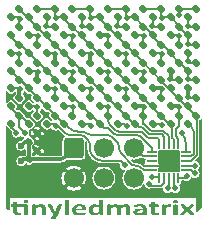
<source format=gbr>
%TF.GenerationSoftware,KiCad,Pcbnew,8.0.8*%
%TF.CreationDate,2025-02-26T00:32:30+01:00*%
%TF.ProjectId,matrixSAO,6d617472-6978-4534-914f-2e6b69636164,rev?*%
%TF.SameCoordinates,Original*%
%TF.FileFunction,Copper,L1,Top*%
%TF.FilePolarity,Positive*%
%FSLAX46Y46*%
G04 Gerber Fmt 4.6, Leading zero omitted, Abs format (unit mm)*
G04 Created by KiCad (PCBNEW 8.0.8) date 2025-02-26 00:32:30*
%MOMM*%
%LPD*%
G01*
G04 APERTURE LIST*
G04 Aperture macros list*
%AMRoundRect*
0 Rectangle with rounded corners*
0 $1 Rounding radius*
0 $2 $3 $4 $5 $6 $7 $8 $9 X,Y pos of 4 corners*
0 Add a 4 corners polygon primitive as box body*
4,1,4,$2,$3,$4,$5,$6,$7,$8,$9,$2,$3,0*
0 Add four circle primitives for the rounded corners*
1,1,$1+$1,$2,$3*
1,1,$1+$1,$4,$5*
1,1,$1+$1,$6,$7*
1,1,$1+$1,$8,$9*
0 Add four rect primitives between the rounded corners*
20,1,$1+$1,$2,$3,$4,$5,0*
20,1,$1+$1,$4,$5,$6,$7,0*
20,1,$1+$1,$6,$7,$8,$9,0*
20,1,$1+$1,$8,$9,$2,$3,0*%
G04 Aperture macros list end*
%ADD10C,0.290000*%
%TA.AperFunction,SMDPad,CuDef*%
%ADD11RoundRect,0.147500X-0.017678X0.226274X-0.226274X0.017678X0.017678X-0.226274X0.226274X-0.017678X0*%
%TD*%
%TA.AperFunction,SMDPad,CuDef*%
%ADD12RoundRect,0.125000X-0.035355X0.212132X-0.212132X0.035355X0.035355X-0.212132X0.212132X-0.035355X0*%
%TD*%
%TA.AperFunction,SMDPad,CuDef*%
%ADD13RoundRect,0.050000X-0.375000X-0.050000X0.375000X-0.050000X0.375000X0.050000X-0.375000X0.050000X0*%
%TD*%
%TA.AperFunction,SMDPad,CuDef*%
%ADD14RoundRect,0.050000X-0.050000X-0.375000X0.050000X-0.375000X0.050000X0.375000X-0.050000X0.375000X0*%
%TD*%
%TA.AperFunction,HeatsinkPad*%
%ADD15R,1.650000X1.650000*%
%TD*%
%TA.AperFunction,ComponentPad*%
%ADD16RoundRect,0.250000X-0.600000X0.600000X-0.600000X-0.600000X0.600000X-0.600000X0.600000X0.600000X0*%
%TD*%
%TA.AperFunction,ComponentPad*%
%ADD17C,1.700000*%
%TD*%
%TA.AperFunction,ViaPad*%
%ADD18C,0.500000*%
%TD*%
%TA.AperFunction,ViaPad*%
%ADD19C,0.600000*%
%TD*%
%TA.AperFunction,Conductor*%
%ADD20C,0.150000*%
%TD*%
%TA.AperFunction,Conductor*%
%ADD21C,0.300000*%
%TD*%
%TA.AperFunction,Conductor*%
%ADD22C,0.200000*%
%TD*%
G04 APERTURE END LIST*
D10*
G36*
X71477390Y-132673941D02*
G01*
X71557502Y-132690427D01*
X71580461Y-132738238D01*
X71580461Y-133523650D01*
X71572157Y-133539806D01*
X71544313Y-133551017D01*
X71491556Y-133557941D01*
X71408514Y-133560250D01*
X71324006Y-133557941D01*
X71271249Y-133551017D01*
X71243894Y-133539806D01*
X71235590Y-133523650D01*
X71235590Y-132863864D01*
X70684578Y-132863864D01*
X70684578Y-133255251D01*
X70694470Y-133321024D01*
X70715841Y-133357467D01*
X70804546Y-133390600D01*
X70828681Y-133391429D01*
X70878018Y-133388132D01*
X70917097Y-133380878D01*
X70946406Y-133373294D01*
X70967411Y-133369997D01*
X70983043Y-133373294D01*
X70994767Y-133386483D01*
X71002582Y-133412202D01*
X71006002Y-133453418D01*
X70999163Y-133513428D01*
X70979623Y-133543104D01*
X70942499Y-133559590D01*
X70885834Y-133571131D01*
X70815492Y-133578714D01*
X70739289Y-133581352D01*
X70637496Y-133576327D01*
X70560503Y-133563547D01*
X70472917Y-133532516D01*
X70435939Y-133509801D01*
X70382334Y-133453670D01*
X70363155Y-133417807D01*
X70344859Y-133352924D01*
X70339707Y-133286246D01*
X70339707Y-132863864D01*
X70193161Y-132863864D01*
X70153106Y-132842102D01*
X70139481Y-132775178D01*
X70139428Y-132768903D01*
X70142847Y-132723400D01*
X70153106Y-132694054D01*
X70170203Y-132678557D01*
X70194138Y-132673941D01*
X70339707Y-132673941D01*
X70339707Y-132482369D01*
X70347034Y-132464894D01*
X70374878Y-132452034D01*
X70428123Y-132444450D01*
X70511654Y-132441813D01*
X70595674Y-132444450D01*
X70648430Y-132452034D01*
X70676274Y-132464894D01*
X70684578Y-132482369D01*
X70684578Y-132673941D01*
X71477390Y-132673941D01*
G37*
G36*
X71608305Y-132418732D02*
G01*
X71594858Y-132486522D01*
X71565806Y-132519628D01*
X71472738Y-132544621D01*
X71407537Y-132547326D01*
X71309840Y-132540649D01*
X71250245Y-132520618D01*
X71212907Y-132459607D01*
X71209700Y-132423678D01*
X71222992Y-132355783D01*
X71251710Y-132322451D01*
X71344799Y-132296864D01*
X71410468Y-132294095D01*
X71512000Y-132301818D01*
X71566783Y-132321462D01*
X71605020Y-132382776D01*
X71608305Y-132418732D01*
G37*
G36*
X73090859Y-133523650D02*
G01*
X73082554Y-133539806D01*
X73054711Y-133551017D01*
X73001954Y-133557941D01*
X72918912Y-133560250D01*
X72834404Y-133557941D01*
X72781647Y-133551347D01*
X72754292Y-133540136D01*
X72745988Y-133523979D01*
X72745988Y-133063679D01*
X72740308Y-132997581D01*
X72732799Y-132971685D01*
X72695185Y-132914313D01*
X72631194Y-132877053D01*
X72539847Y-132863864D01*
X72444293Y-132880217D01*
X72406490Y-132895518D01*
X72328953Y-132940310D01*
X72266295Y-132987842D01*
X72266295Y-133523979D01*
X72257991Y-133540136D01*
X72229658Y-133551347D01*
X72176902Y-133557941D01*
X72092882Y-133560250D01*
X72008863Y-133557941D01*
X71956106Y-133551347D01*
X71928263Y-133539806D01*
X71919958Y-133523650D01*
X71919958Y-132710541D01*
X71926797Y-132694384D01*
X71951222Y-132683173D01*
X71997628Y-132676249D01*
X72068458Y-132673941D01*
X72141242Y-132676249D01*
X72185695Y-132683173D01*
X72208653Y-132694384D01*
X72215492Y-132710211D01*
X72215492Y-132804184D01*
X72285750Y-132756714D01*
X72363316Y-132715060D01*
X72422122Y-132690757D01*
X72516035Y-132664836D01*
X72613127Y-132653431D01*
X72641452Y-132652838D01*
X72743393Y-132658140D01*
X72841578Y-132677182D01*
X72852478Y-132680536D01*
X72938688Y-132717688D01*
X72991208Y-132755384D01*
X73041285Y-132813541D01*
X73067411Y-132865843D01*
X73084997Y-132935498D01*
X73090653Y-133001440D01*
X73090859Y-133017847D01*
X73090859Y-133523650D01*
G37*
G36*
X74081996Y-133560250D02*
G01*
X73933985Y-133854037D01*
X73866574Y-133887669D01*
X73767104Y-133896893D01*
X73705862Y-133897891D01*
X73617446Y-133894594D01*
X73568109Y-133883713D01*
X73550524Y-133865248D01*
X73558828Y-133838210D01*
X73722471Y-133560250D01*
X73689742Y-133543433D01*
X73668737Y-133519034D01*
X73246686Y-132766595D01*
X73229100Y-132717795D01*
X73245220Y-132691087D01*
X73300907Y-132677568D01*
X73400920Y-132673945D01*
X73404955Y-132673941D01*
X73497767Y-132675260D01*
X73551501Y-132682184D01*
X73580321Y-132699330D01*
X73599861Y-132731643D01*
X73888556Y-133279651D01*
X73892464Y-133279651D01*
X74156246Y-132720762D01*
X74177251Y-132689109D01*
X74220726Y-132677568D01*
X74322040Y-132673945D01*
X74326727Y-132673941D01*
X74424913Y-132677568D01*
X74482554Y-132691417D01*
X74501117Y-132718454D01*
X74490370Y-132758351D01*
X74081996Y-133560250D01*
G37*
G36*
X75042847Y-133523320D02*
G01*
X75034543Y-133539477D01*
X75006211Y-133551017D01*
X74953455Y-133557941D01*
X74869435Y-133560250D01*
X74785416Y-133557941D01*
X74732659Y-133551017D01*
X74704815Y-133539477D01*
X74696511Y-133523320D01*
X74696511Y-132312559D01*
X74704815Y-132296073D01*
X74732659Y-132283543D01*
X74785416Y-132275960D01*
X74869435Y-132272992D01*
X74953455Y-132275960D01*
X75006211Y-132283543D01*
X75034543Y-132296073D01*
X75042847Y-132312559D01*
X75042847Y-133523320D01*
G37*
G36*
X76038719Y-132656462D02*
G01*
X76136218Y-132668680D01*
X76201047Y-132683503D01*
X76289217Y-132714879D01*
X76366876Y-132758581D01*
X76380321Y-132768573D01*
X76438002Y-132823997D01*
X76479154Y-132888260D01*
X76483392Y-132897497D01*
X76506099Y-132965162D01*
X76515798Y-133032401D01*
X76516609Y-133059393D01*
X76516609Y-133096652D01*
X76488277Y-133159960D01*
X76410607Y-133180403D01*
X75664690Y-133180403D01*
X75673463Y-133248877D01*
X75683252Y-133277013D01*
X75725673Y-133336656D01*
X75742359Y-133350543D01*
X75823722Y-133390259D01*
X75846895Y-133396704D01*
X75946659Y-133410986D01*
X75999791Y-133412531D01*
X76099764Y-133409044D01*
X76159037Y-133402640D01*
X76255327Y-133385976D01*
X76278228Y-133380878D01*
X76361270Y-133359116D01*
X76415004Y-133349224D01*
X76435520Y-133352521D01*
X76449198Y-133363732D01*
X76457014Y-133386813D01*
X76458967Y-133424072D01*
X76457502Y-133458034D01*
X76453106Y-133482104D01*
X76445290Y-133498920D01*
X76430635Y-133511780D01*
X76381787Y-133529915D01*
X76287849Y-133551881D01*
X76280182Y-133553325D01*
X76182115Y-133567908D01*
X76138521Y-133572779D01*
X76040180Y-133579937D01*
X75968528Y-133581352D01*
X75870211Y-133578647D01*
X75771208Y-133569424D01*
X75681787Y-133553655D01*
X75588777Y-133526471D01*
X75503399Y-133486729D01*
X75476623Y-133469904D01*
X75412429Y-133414952D01*
X75367220Y-133353865D01*
X75353524Y-133327791D01*
X75328818Y-133259120D01*
X75316187Y-133188922D01*
X75312980Y-133126328D01*
X75317130Y-133059828D01*
X75322759Y-133032685D01*
X75664690Y-133032685D01*
X76181508Y-133032685D01*
X76175096Y-132964725D01*
X76144001Y-132900558D01*
X76122889Y-132878043D01*
X76043388Y-132835755D01*
X75945975Y-132821879D01*
X75929937Y-132821659D01*
X75830826Y-132833631D01*
X75815143Y-132838475D01*
X75738150Y-132879820D01*
X75734055Y-132883318D01*
X75688056Y-132943109D01*
X75684718Y-132950253D01*
X75666287Y-133016425D01*
X75664690Y-133032685D01*
X75322759Y-133032685D01*
X75331283Y-132991588D01*
X75355478Y-132928491D01*
X75392779Y-132866018D01*
X75445436Y-132806920D01*
X75479065Y-132778795D01*
X75550754Y-132733753D01*
X75634053Y-132698289D01*
X75676413Y-132685152D01*
X75775711Y-132664230D01*
X75875958Y-132654385D01*
X75938242Y-132652838D01*
X76038719Y-132656462D01*
G37*
G36*
X77867760Y-132275960D02*
G01*
X77920028Y-132283873D01*
X77947383Y-132296073D01*
X77955688Y-132312559D01*
X77955688Y-133523320D01*
X77948849Y-133540466D01*
X77925402Y-133552006D01*
X77880461Y-133558601D01*
X77811584Y-133560250D01*
X77739777Y-133558601D01*
X77695325Y-133552336D01*
X77670412Y-133541125D01*
X77663085Y-133524969D01*
X77663085Y-133437261D01*
X77590705Y-133484185D01*
X77509348Y-133525392D01*
X77464271Y-133543433D01*
X77369262Y-133569354D01*
X77265465Y-133580760D01*
X77234194Y-133581352D01*
X77135161Y-133576252D01*
X77035077Y-133557408D01*
X76997279Y-133545082D01*
X76914439Y-133505264D01*
X76847270Y-133454433D01*
X76839498Y-133446823D01*
X76792428Y-133388670D01*
X76758073Y-133322691D01*
X76750593Y-133302402D01*
X76732882Y-133233744D01*
X76724547Y-133167855D01*
X76723238Y-133128306D01*
X76724043Y-133112479D01*
X77074948Y-133112479D01*
X77080207Y-133180586D01*
X77087160Y-133215354D01*
X77111781Y-133279280D01*
X77127704Y-133305040D01*
X77185676Y-133358571D01*
X77202443Y-133368018D01*
X77295093Y-133390606D01*
X77321145Y-133391429D01*
X77390510Y-133384175D01*
X77458898Y-133360434D01*
X77531194Y-133317240D01*
X77596036Y-133266003D01*
X77612282Y-133251954D01*
X77612282Y-132978610D01*
X77548529Y-132926840D01*
X77474383Y-132879928D01*
X77470133Y-132877713D01*
X77382778Y-132847677D01*
X77327984Y-132842762D01*
X77230695Y-132858216D01*
X77211724Y-132866172D01*
X77142855Y-132916389D01*
X77133078Y-132928161D01*
X77097357Y-132991222D01*
X77089114Y-133014550D01*
X77076331Y-133081380D01*
X77074948Y-133112479D01*
X76724043Y-133112479D01*
X76726625Y-133061697D01*
X76738175Y-132993560D01*
X76757921Y-132930799D01*
X76791818Y-132863836D01*
X76840224Y-132801337D01*
X76860503Y-132781432D01*
X76930892Y-132729621D01*
X77015664Y-132690416D01*
X77028053Y-132686141D01*
X77121806Y-132663376D01*
X77219077Y-132653652D01*
X77259107Y-132652838D01*
X77357293Y-132659928D01*
X77445709Y-132681195D01*
X77529362Y-132715816D01*
X77607121Y-132760252D01*
X77612282Y-132763627D01*
X77612282Y-132313219D01*
X77619610Y-132296403D01*
X77646965Y-132283873D01*
X77699721Y-132275960D01*
X77783741Y-132272992D01*
X77867760Y-132275960D01*
G37*
G36*
X80245220Y-133523650D02*
G01*
X80236916Y-133539806D01*
X80209072Y-133551017D01*
X80156804Y-133557941D01*
X80073273Y-133560250D01*
X79988277Y-133557941D01*
X79935520Y-133551347D01*
X79907677Y-133540136D01*
X79900349Y-133523979D01*
X79900349Y-133045544D01*
X79890721Y-132977993D01*
X79888626Y-132971685D01*
X79852966Y-132914313D01*
X79792394Y-132877053D01*
X79705443Y-132863864D01*
X79607913Y-132883184D01*
X79580391Y-132895518D01*
X79505945Y-132940310D01*
X79443127Y-132987842D01*
X79443127Y-133523979D01*
X79434822Y-133540136D01*
X79406490Y-133551347D01*
X79353734Y-133557941D01*
X79271180Y-133560250D01*
X79187160Y-133557941D01*
X79134404Y-133551347D01*
X79106560Y-133540136D01*
X79098256Y-133523979D01*
X79098256Y-133045544D01*
X79088627Y-132977993D01*
X79086532Y-132971685D01*
X79051361Y-132914313D01*
X78991277Y-132877053D01*
X78904327Y-132863864D01*
X78809530Y-132881670D01*
X78777809Y-132895518D01*
X78703826Y-132940310D01*
X78642010Y-132987842D01*
X78642010Y-133523979D01*
X78633706Y-133540136D01*
X78605374Y-133551347D01*
X78552617Y-133557941D01*
X78468598Y-133560250D01*
X78384578Y-133557941D01*
X78331822Y-133551347D01*
X78303978Y-133539806D01*
X78295674Y-133523650D01*
X78295674Y-132710541D01*
X78302513Y-132694384D01*
X78326937Y-132683173D01*
X78373343Y-132676249D01*
X78444173Y-132673941D01*
X78516958Y-132676249D01*
X78561410Y-132683173D01*
X78584369Y-132694384D01*
X78591208Y-132710211D01*
X78591208Y-132804184D01*
X78660946Y-132756714D01*
X78736760Y-132715060D01*
X78793441Y-132690757D01*
X78883601Y-132664836D01*
X78983936Y-132653172D01*
X79004466Y-132652838D01*
X79105484Y-132658460D01*
X79140754Y-132663719D01*
X79233580Y-132688889D01*
X79248709Y-132695044D01*
X79323759Y-132738540D01*
X79330286Y-132743843D01*
X79383437Y-132800656D01*
X79387928Y-132807151D01*
X79459324Y-132758749D01*
X79495883Y-132737249D01*
X79577421Y-132698037D01*
X79599931Y-132689438D01*
X79693380Y-132663824D01*
X79703001Y-132662071D01*
X79801805Y-132652875D01*
X79808514Y-132652838D01*
X79907984Y-132658140D01*
X80003574Y-132677182D01*
X80014166Y-132680536D01*
X80098333Y-132717688D01*
X80149477Y-132755384D01*
X80198301Y-132813541D01*
X80223238Y-132865843D01*
X80239725Y-132930964D01*
X80245220Y-132999712D01*
X80245220Y-133523650D01*
G37*
G36*
X81177327Y-132655481D02*
G01*
X81274678Y-132664310D01*
X81321354Y-132671633D01*
X81414777Y-132695538D01*
X81489882Y-132729665D01*
X81552788Y-132780531D01*
X81586113Y-132829902D01*
X81608828Y-132897002D01*
X81616281Y-132965181D01*
X81616399Y-132975642D01*
X81616399Y-133526288D01*
X81602722Y-133546731D01*
X81559247Y-133557282D01*
X81472296Y-133560250D01*
X81381926Y-133556952D01*
X81342359Y-133546401D01*
X81330635Y-133525958D01*
X81330635Y-133460012D01*
X81255037Y-133506617D01*
X81170208Y-133543803D01*
X81158200Y-133548050D01*
X81062802Y-133571953D01*
X80965242Y-133581059D01*
X80943266Y-133581352D01*
X80844012Y-133576513D01*
X80763992Y-133564206D01*
X80670416Y-133536334D01*
X80622331Y-133513428D01*
X80555472Y-133462328D01*
X80529519Y-133430007D01*
X80502192Y-133364795D01*
X80496790Y-133313613D01*
X80498177Y-133304710D01*
X80834822Y-133304710D01*
X80862300Y-133368018D01*
X80883671Y-133383845D01*
X80973322Y-133410262D01*
X81018981Y-133412531D01*
X81117553Y-133400097D01*
X81152827Y-133388461D01*
X81233810Y-133346780D01*
X81276902Y-133317240D01*
X81276902Y-133180403D01*
X81145011Y-133180403D01*
X81045895Y-133183953D01*
X81002373Y-133188646D01*
X80908483Y-133211715D01*
X80906141Y-133212716D01*
X80851919Y-133251954D01*
X80834822Y-133304710D01*
X80498177Y-133304710D01*
X80507293Y-133246184D01*
X80538800Y-133188316D01*
X80599044Y-133134437D01*
X80663852Y-133100609D01*
X80757031Y-133070521D01*
X80855192Y-133051633D01*
X80870482Y-133049501D01*
X80968736Y-133039254D01*
X81068578Y-133034015D01*
X81157223Y-133032685D01*
X81276902Y-133032685D01*
X81276902Y-132981247D01*
X81266598Y-132914806D01*
X81265178Y-132911015D01*
X81226588Y-132860897D01*
X81155269Y-132831221D01*
X81057047Y-132821743D01*
X81044871Y-132821659D01*
X80944045Y-132826811D01*
X80890510Y-132834848D01*
X80797453Y-132856116D01*
X80770342Y-132863864D01*
X80682903Y-132892880D01*
X80626239Y-132906069D01*
X80599372Y-132899475D01*
X80579833Y-132880021D01*
X80568109Y-132849356D01*
X80564201Y-132808800D01*
X80571040Y-132761649D01*
X80596930Y-132730325D01*
X80664341Y-132702957D01*
X80757425Y-132682109D01*
X80777181Y-132678557D01*
X80875928Y-132664353D01*
X80917865Y-132660092D01*
X81019986Y-132653696D01*
X81075157Y-132652838D01*
X81177327Y-132655481D01*
G37*
G36*
X82653455Y-133453418D02*
G01*
X82645639Y-133514417D01*
X82625611Y-133544093D01*
X82589463Y-133559590D01*
X82533287Y-133571131D01*
X82462945Y-133578714D01*
X82386741Y-133581352D01*
X82284949Y-133576327D01*
X82207956Y-133563547D01*
X82120370Y-133532516D01*
X82083392Y-133509801D01*
X82029787Y-133453670D01*
X82010607Y-133417807D01*
X81992312Y-133352924D01*
X81987160Y-133286246D01*
X81987160Y-132863864D01*
X81840614Y-132863864D01*
X81800559Y-132842102D01*
X81786934Y-132775178D01*
X81786881Y-132768903D01*
X81790300Y-132723400D01*
X81800559Y-132694054D01*
X81817656Y-132678557D01*
X81841591Y-132673941D01*
X81987160Y-132673941D01*
X81987160Y-132482369D01*
X81994487Y-132464894D01*
X82022331Y-132452034D01*
X82075576Y-132444450D01*
X82159107Y-132441813D01*
X82243127Y-132444450D01*
X82295883Y-132452034D01*
X82323727Y-132464894D01*
X82332031Y-132482369D01*
X82332031Y-132673941D01*
X82598744Y-132673941D01*
X82622680Y-132678557D01*
X82639777Y-132694054D01*
X82650035Y-132723400D01*
X82653455Y-132768903D01*
X82642983Y-132836126D01*
X82639777Y-132842102D01*
X82599721Y-132863864D01*
X82332031Y-132863864D01*
X82332031Y-133255251D01*
X82341923Y-133321024D01*
X82363294Y-133357467D01*
X82451999Y-133390600D01*
X82476134Y-133391429D01*
X82525471Y-133388132D01*
X82564550Y-133380878D01*
X82593859Y-133373294D01*
X82614864Y-133369997D01*
X82630496Y-133373294D01*
X82642219Y-133386483D01*
X82650035Y-133412202D01*
X82653455Y-133453418D01*
G37*
G36*
X83684648Y-132778135D02*
G01*
X83681717Y-132830892D01*
X83673413Y-132863205D01*
X83659247Y-132879691D01*
X83636776Y-132884307D01*
X83611864Y-132881010D01*
X83580600Y-132874086D01*
X83542987Y-132867162D01*
X83497558Y-132863864D01*
X83439917Y-132872107D01*
X83380321Y-132898156D01*
X83315841Y-132944977D01*
X83257845Y-133001271D01*
X83243545Y-133016858D01*
X83243545Y-133523650D01*
X83235241Y-133539806D01*
X83206909Y-133551347D01*
X83154152Y-133557941D01*
X83070133Y-133560250D01*
X82986113Y-133557941D01*
X82933357Y-133551347D01*
X82905513Y-133539806D01*
X82897209Y-133523650D01*
X82897209Y-132710541D01*
X82904048Y-132694384D01*
X82928472Y-132683173D01*
X82974878Y-132676249D01*
X83045709Y-132673941D01*
X83118493Y-132676249D01*
X83162945Y-132683173D01*
X83185904Y-132694714D01*
X83192743Y-132710541D01*
X83192743Y-132811767D01*
X83253260Y-132756982D01*
X83283113Y-132733952D01*
X83357014Y-132688606D01*
X83364201Y-132685152D01*
X83441382Y-132660092D01*
X83518563Y-132652838D01*
X83556665Y-132654157D01*
X83599651Y-132658774D01*
X83637753Y-132666028D01*
X83661689Y-132674601D01*
X83672924Y-132684163D01*
X83678786Y-132699000D01*
X83683182Y-132727027D01*
X83684648Y-132778135D01*
G37*
G36*
X84238102Y-133523650D02*
G01*
X84229798Y-133539806D01*
X84201466Y-133551347D01*
X84148709Y-133557941D01*
X84064690Y-133560250D01*
X83980670Y-133557941D01*
X83927914Y-133551347D01*
X83900070Y-133539806D01*
X83891766Y-133523650D01*
X83891766Y-132712189D01*
X83900070Y-132696363D01*
X83927914Y-132684492D01*
X83980670Y-132676909D01*
X84064690Y-132673941D01*
X84148709Y-132676909D01*
X84201466Y-132684492D01*
X84229798Y-132696363D01*
X84238102Y-132712189D01*
X84238102Y-133523650D01*
G37*
G36*
X84264480Y-132418732D02*
G01*
X84251034Y-132486522D01*
X84221982Y-132519628D01*
X84128914Y-132544621D01*
X84063713Y-132547326D01*
X83966016Y-132540649D01*
X83906420Y-132520618D01*
X83869083Y-132459607D01*
X83865876Y-132423678D01*
X83879168Y-132355783D01*
X83907886Y-132322451D01*
X84000975Y-132296864D01*
X84066644Y-132294095D01*
X84168176Y-132301818D01*
X84222959Y-132321462D01*
X84261196Y-132382776D01*
X84264480Y-132418732D01*
G37*
G36*
X85644452Y-133507493D02*
G01*
X85654711Y-133532882D01*
X85634683Y-133549368D01*
X85575576Y-133557941D01*
X85474159Y-133560247D01*
X85470063Y-133560250D01*
X85370412Y-133558931D01*
X85311305Y-133553655D01*
X85279554Y-133543433D01*
X85263922Y-133528266D01*
X85037265Y-133239424D01*
X84810607Y-133528266D01*
X84795464Y-133543433D01*
X84765667Y-133553655D01*
X84709979Y-133558931D01*
X84616679Y-133560250D01*
X84520447Y-133557941D01*
X84468179Y-133549368D01*
X84451082Y-133532882D01*
X84462806Y-133507493D01*
X84802303Y-133107203D01*
X84489184Y-132731314D01*
X84475995Y-132703617D01*
X84493092Y-132685811D01*
X84550245Y-132676909D01*
X84648419Y-132673953D01*
X84656734Y-132673941D01*
X84753455Y-132675260D01*
X84810607Y-132679546D01*
X84840894Y-132688119D01*
X84857502Y-132703287D01*
X85075855Y-132974983D01*
X85292743Y-132703287D01*
X85304955Y-132690427D01*
X85330845Y-132681195D01*
X85379693Y-132675919D01*
X85464201Y-132673941D01*
X85560921Y-132675919D01*
X85613189Y-132684163D01*
X85628332Y-132701968D01*
X85612701Y-132731314D01*
X85307886Y-133100609D01*
X85644452Y-133507493D01*
G37*
D11*
%TO.P,D59,1,K*%
%TO.N,/LED-Matrix/2*%
X76842947Y-119157053D03*
%TO.P,D59,2,A*%
%TO.N,/LED-Matrix/8*%
X76157053Y-119842947D03*
%TD*%
%TO.P,D45,1,K*%
%TO.N,/LED-Matrix/6*%
X75342947Y-119157053D03*
%TO.P,D45,2,A*%
%TO.N,/LED-Matrix/1*%
X74657053Y-119842947D03*
%TD*%
%TO.P,D61,1,K*%
%TO.N,/LED-Matrix/1*%
X76842947Y-122157053D03*
%TO.P,D61,2,A*%
%TO.N,/LED-Matrix/A*%
X76157053Y-122842947D03*
%TD*%
%TO.P,D129,1,K*%
%TO.N,/LED-Matrix/C*%
X84342947Y-119157053D03*
%TO.P,D129,2,A*%
%TO.N,/LED-Matrix/6*%
X83657053Y-119842947D03*
%TD*%
%TO.P,D15,1,K*%
%TO.N,/LED-Matrix/2*%
X72342947Y-116157053D03*
%TO.P,D15,2,A*%
%TO.N,/LED-Matrix/1*%
X71657053Y-116842947D03*
%TD*%
%TO.P,D33,1,K*%
%TO.N,/LED-Matrix/3*%
X73842947Y-122157053D03*
%TO.P,D33,2,A*%
%TO.N,/LED-Matrix/8*%
X73157053Y-122842947D03*
%TD*%
%TO.P,D103,1,K*%
%TO.N,/LED-Matrix/C*%
X81342947Y-122157053D03*
%TO.P,D103,2,A*%
%TO.N,/LED-Matrix/2*%
X80657053Y-122842947D03*
%TD*%
%TO.P,D99,1,K*%
%TO.N,/LED-Matrix/8*%
X81342947Y-116157053D03*
%TO.P,D99,2,A*%
%TO.N,/LED-Matrix/6*%
X80657053Y-116842947D03*
%TD*%
%TO.P,D48,1,K*%
%TO.N,/LED-Matrix/3*%
X75342947Y-123657053D03*
%TO.P,D48,2,A*%
%TO.N,/LED-Matrix/A*%
X74657053Y-124342947D03*
%TD*%
%TO.P,D91,1,K*%
%TO.N,/LED-Matrix/1*%
X79842947Y-125157053D03*
%TO.P,D91,2,A*%
%TO.N,/LED-Matrix/E*%
X79157053Y-125842947D03*
%TD*%
%TO.P,D21,1,K*%
%TO.N,/LED-Matrix/8*%
X72342947Y-125157053D03*
%TO.P,D21,2,A*%
%TO.N,/LED-Matrix/7*%
X71657053Y-125842947D03*
%TD*%
%TO.P,D102,1,K*%
%TO.N,/LED-Matrix/4*%
X81342947Y-120657053D03*
%TO.P,D102,2,A*%
%TO.N,/LED-Matrix/C*%
X80657053Y-121342947D03*
%TD*%
%TO.P,D113,1,K*%
%TO.N,/LED-Matrix/8*%
X82842947Y-116157053D03*
%TO.P,D113,2,A*%
%TO.N,/LED-Matrix/A*%
X82157053Y-116842947D03*
%TD*%
%TO.P,D3,1,K*%
%TO.N,/LED-Matrix/3*%
X70842947Y-119157053D03*
%TO.P,D3,2,A*%
%TO.N,/LED-Matrix/4*%
X70157053Y-119842947D03*
%TD*%
%TO.P,D20,1,K*%
%TO.N,/LED-Matrix/5*%
X72342947Y-123657053D03*
%TO.P,D20,2,A*%
%TO.N,/LED-Matrix/8*%
X71657053Y-124342947D03*
%TD*%
%TO.P,D145,1,K*%
%TO.N,/LED-Matrix/6*%
X85842947Y-122157053D03*
%TO.P,D145,2,A*%
%TO.N,/LED-Matrix/F*%
X85157053Y-122842947D03*
%TD*%
%TO.P,D44,1,K*%
%TO.N,/LED-Matrix/2*%
X75342947Y-117657053D03*
%TO.P,D44,2,A*%
%TO.N,/LED-Matrix/6*%
X74657053Y-118342947D03*
%TD*%
%TO.P,D100,1,K*%
%TO.N,/LED-Matrix/6*%
X81342947Y-117657053D03*
%TO.P,D100,2,A*%
%TO.N,/LED-Matrix/A*%
X80657053Y-118342947D03*
%TD*%
%TO.P,D29,1,K*%
%TO.N,/LED-Matrix/2*%
X73842947Y-116157053D03*
%TO.P,D29,2,A*%
%TO.N,/LED-Matrix/4*%
X73157053Y-116842947D03*
%TD*%
%TO.P,D141,1,K*%
%TO.N,/LED-Matrix/A*%
X85842947Y-116157053D03*
%TO.P,D141,2,A*%
%TO.N,/LED-Matrix/C*%
X85157053Y-116842947D03*
%TD*%
%TO.P,D77,1,K*%
%TO.N,/LED-Matrix/C*%
X78342947Y-125157053D03*
%TO.P,D77,2,A*%
%TO.N,/LED-Matrix/3*%
X77657053Y-125842947D03*
%TD*%
%TO.P,D63,1,K*%
%TO.N,/LED-Matrix/3*%
X76842947Y-125157053D03*
%TO.P,D63,2,A*%
%TO.N,/LED-Matrix/C*%
X76157053Y-125842947D03*
%TD*%
%TO.P,D87,1,K*%
%TO.N,/LED-Matrix/4*%
X79842947Y-119157053D03*
%TO.P,D87,2,A*%
%TO.N,/LED-Matrix/A*%
X79157053Y-119842947D03*
%TD*%
%TO.P,D46,1,K*%
%TO.N,/LED-Matrix/1*%
X75342947Y-120657053D03*
%TO.P,D46,2,A*%
%TO.N,/LED-Matrix/8*%
X74657053Y-121342947D03*
%TD*%
%TO.P,D104,1,K*%
%TO.N,/LED-Matrix/2*%
X81342947Y-123657053D03*
%TO.P,D104,2,A*%
%TO.N,/LED-Matrix/E*%
X80657053Y-124342947D03*
%TD*%
%TO.P,D76,1,K*%
%TO.N,/LED-Matrix/1*%
X78342947Y-123657053D03*
%TO.P,D76,2,A*%
%TO.N,/LED-Matrix/C*%
X77657053Y-124342947D03*
%TD*%
%TO.P,D72,1,K*%
%TO.N,/LED-Matrix/4*%
X78342947Y-117657053D03*
%TO.P,D72,2,A*%
%TO.N,/LED-Matrix/8*%
X77657053Y-118342947D03*
%TD*%
%TO.P,D34,1,K*%
%TO.N,/LED-Matrix/8*%
X73842947Y-123657053D03*
%TO.P,D34,2,A*%
%TO.N,/LED-Matrix/5*%
X73157053Y-124342947D03*
%TD*%
%TO.P,D89,1,K*%
%TO.N,/LED-Matrix/2*%
X79842947Y-122157053D03*
%TO.P,D89,2,A*%
%TO.N,/LED-Matrix/C*%
X79157053Y-122842947D03*
%TD*%
%TO.P,D19,1,K*%
%TO.N,/LED-Matrix/6*%
X72342947Y-122157053D03*
%TO.P,D19,2,A*%
%TO.N,/LED-Matrix/5*%
X71657053Y-122842947D03*
%TD*%
%TO.P,D146,1,K*%
%TO.N,/LED-Matrix/F*%
X85842947Y-123657053D03*
%TO.P,D146,2,A*%
%TO.N,/LED-Matrix/4*%
X85157053Y-124342947D03*
%TD*%
%TO.P,D4,1,K*%
%TO.N,/LED-Matrix/4*%
X70842947Y-120657053D03*
%TO.P,D4,2,A*%
%TO.N,/LED-Matrix/5*%
X70157053Y-121342947D03*
%TD*%
%TO.P,D43,1,K*%
%TO.N,/LED-Matrix/4*%
X75342947Y-116157053D03*
%TO.P,D43,2,A*%
%TO.N,/LED-Matrix/2*%
X74657053Y-116842947D03*
%TD*%
%TO.P,D132,1,K*%
%TO.N,/LED-Matrix/4*%
X84342947Y-123657053D03*
%TO.P,D132,2,A*%
%TO.N,/LED-Matrix/F*%
X83657053Y-124342947D03*
%TD*%
%TO.P,D6,1,K*%
%TO.N,/LED-Matrix/6*%
X70842947Y-123657053D03*
%TO.P,D6,2,A*%
%TO.N,/LED-Matrix/7*%
X70157053Y-124342947D03*
%TD*%
%TO.P,D133,1,K*%
%TO.N,/LED-Matrix/F*%
X84342947Y-125157053D03*
%TO.P,D133,2,A*%
%TO.N,/LED-Matrix/2*%
X83657053Y-125842947D03*
%TD*%
%TO.P,D49,1,K*%
%TO.N,/LED-Matrix/A*%
X75342947Y-125157053D03*
%TO.P,D49,2,A*%
%TO.N,/LED-Matrix/5*%
X74657053Y-125842947D03*
%TD*%
%TO.P,D62,1,K*%
%TO.N,/LED-Matrix/A*%
X76842947Y-123657053D03*
%TO.P,D62,2,A*%
%TO.N,/LED-Matrix/3*%
X76157053Y-124342947D03*
%TD*%
%TO.P,D30,1,K*%
%TO.N,/LED-Matrix/4*%
X73842947Y-117657053D03*
%TO.P,D30,2,A*%
%TO.N,/LED-Matrix/1*%
X73157053Y-118342947D03*
%TD*%
%TO.P,D7,1,K*%
%TO.N,/LED-Matrix/7*%
X70842947Y-125157053D03*
%TO.P,D7,2,A*%
%TO.N,/LED-Matrix/8*%
X70157053Y-125842947D03*
%TD*%
%TO.P,D16,1,K*%
%TO.N,/LED-Matrix/1*%
X72342947Y-117657053D03*
%TO.P,D16,2,A*%
%TO.N,/LED-Matrix/4*%
X71657053Y-118342947D03*
%TD*%
%TO.P,D88,1,K*%
%TO.N,/LED-Matrix/A*%
X79842947Y-120657053D03*
%TO.P,D88,2,A*%
%TO.N,/LED-Matrix/2*%
X79157053Y-121342947D03*
%TD*%
%TO.P,D144,1,K*%
%TO.N,/LED-Matrix/E*%
X85842947Y-120657053D03*
%TO.P,D144,2,A*%
%TO.N,/LED-Matrix/6*%
X85157053Y-121342947D03*
%TD*%
D12*
%TO.P,C1,1*%
%TO.N,GND*%
X72353553Y-128146447D03*
%TO.P,C1,2*%
%TO.N,+3.3V*%
X71646447Y-128853553D03*
%TD*%
D11*
%TO.P,D1,1,K*%
%TO.N,/LED-Matrix/1*%
X70842947Y-116157053D03*
%TO.P,D1,2,A*%
%TO.N,/LED-Matrix/2*%
X70157053Y-116842947D03*
%TD*%
%TO.P,D118,1,K*%
%TO.N,/LED-Matrix/E*%
X82842947Y-123657053D03*
%TO.P,D118,2,A*%
%TO.N,/LED-Matrix/2*%
X82157053Y-124342947D03*
%TD*%
%TO.P,D47,1,K*%
%TO.N,/LED-Matrix/8*%
X75342947Y-122157053D03*
%TO.P,D47,2,A*%
%TO.N,/LED-Matrix/3*%
X74657053Y-122842947D03*
%TD*%
%TO.P,D116,1,K*%
%TO.N,/LED-Matrix/C*%
X82842947Y-120657053D03*
%TO.P,D116,2,A*%
%TO.N,/LED-Matrix/4*%
X82157053Y-121342947D03*
%TD*%
%TO.P,D17,1,K*%
%TO.N,/LED-Matrix/4*%
X72342947Y-119157053D03*
%TO.P,D17,2,A*%
%TO.N,/LED-Matrix/3*%
X71657053Y-119842947D03*
%TD*%
%TO.P,D130,1,K*%
%TO.N,/LED-Matrix/6*%
X84342947Y-120657053D03*
%TO.P,D130,2,A*%
%TO.N,/LED-Matrix/E*%
X83657053Y-121342947D03*
%TD*%
%TO.P,D117,1,K*%
%TO.N,/LED-Matrix/4*%
X82842947Y-122157053D03*
%TO.P,D117,2,A*%
%TO.N,/LED-Matrix/E*%
X82157053Y-122842947D03*
%TD*%
%TO.P,D115,1,K*%
%TO.N,/LED-Matrix/6*%
X82842947Y-119157053D03*
%TO.P,D115,2,A*%
%TO.N,/LED-Matrix/C*%
X82157053Y-119842947D03*
%TD*%
%TO.P,D18,1,K*%
%TO.N,/LED-Matrix/3*%
X72342947Y-120657053D03*
%TO.P,D18,2,A*%
%TO.N,/LED-Matrix/6*%
X71657053Y-121342947D03*
%TD*%
%TO.P,D32,1,K*%
%TO.N,/LED-Matrix/6*%
X73842947Y-120657053D03*
%TO.P,D32,2,A*%
%TO.N,/LED-Matrix/3*%
X73157053Y-121342947D03*
%TD*%
%TO.P,D101,1,K*%
%TO.N,/LED-Matrix/A*%
X81342947Y-119157053D03*
%TO.P,D101,2,A*%
%TO.N,/LED-Matrix/4*%
X80657053Y-119842947D03*
%TD*%
%TO.P,D119,1,K*%
%TO.N,/LED-Matrix/2*%
X82842947Y-125157053D03*
%TO.P,D119,2,A*%
%TO.N,/LED-Matrix/F*%
X82157053Y-125842947D03*
%TD*%
%TO.P,D86,1,K*%
%TO.N,/LED-Matrix/8*%
X79842947Y-117657053D03*
%TO.P,D86,2,A*%
%TO.N,/LED-Matrix/4*%
X79157053Y-118342947D03*
%TD*%
%TO.P,D90,1,K*%
%TO.N,/LED-Matrix/C*%
X79842947Y-123657053D03*
%TO.P,D90,2,A*%
%TO.N,/LED-Matrix/1*%
X79157053Y-124342947D03*
%TD*%
%TO.P,D143,1,K*%
%TO.N,/LED-Matrix/8*%
X85842947Y-119157053D03*
%TO.P,D143,2,A*%
%TO.N,/LED-Matrix/E*%
X85157053Y-119842947D03*
%TD*%
%TO.P,D75,1,K*%
%TO.N,/LED-Matrix/A*%
X78342947Y-122157053D03*
%TO.P,D75,2,A*%
%TO.N,/LED-Matrix/1*%
X77657053Y-122842947D03*
%TD*%
%TO.P,D57,1,K*%
%TO.N,/LED-Matrix/4*%
X76842947Y-116157053D03*
%TO.P,D57,2,A*%
%TO.N,/LED-Matrix/6*%
X76157053Y-116842947D03*
%TD*%
D13*
%TO.P,U1,1,PD7*%
%TO.N,/LED-Matrix/3*%
X82050000Y-128200000D03*
%TO.P,U1,2,PA1*%
%TO.N,/IO1*%
X82050000Y-128600000D03*
%TO.P,U1,3,PA2*%
%TO.N,/MCU/A2*%
X82050000Y-129000000D03*
%TO.P,U1,4,VSS*%
%TO.N,GND*%
X82050000Y-129400000D03*
%TO.P,U1,5,PD0*%
%TO.N,/LED-Matrix/5*%
X82050000Y-129800000D03*
D14*
%TO.P,U1,6,VDD*%
%TO.N,+3.3V*%
X82700000Y-130450000D03*
%TO.P,U1,7,PC0*%
%TO.N,/LED-Matrix/A*%
X83100000Y-130450000D03*
%TO.P,U1,8,PC1*%
%TO.N,/SDA*%
X83500000Y-130450000D03*
%TO.P,U1,9,PC2*%
%TO.N,/SCL*%
X83900000Y-130450000D03*
%TO.P,U1,10,PC3*%
%TO.N,/LED-Matrix/8*%
X84300000Y-130450000D03*
D13*
%TO.P,U1,11,PC4*%
%TO.N,/LED-Matrix/7*%
X84950000Y-129800000D03*
%TO.P,U1,12,PC5*%
%TO.N,/LED-Matrix/6*%
X84950000Y-129400000D03*
%TO.P,U1,13,PC6*%
%TO.N,/LED-Matrix/4*%
X84950000Y-129000000D03*
%TO.P,U1,14,PC7*%
%TO.N,/LED-Matrix/D*%
X84950000Y-128600000D03*
%TO.P,U1,15,PD1*%
%TO.N,/IO0*%
X84950000Y-128200000D03*
D14*
%TO.P,U1,16,PD2*%
%TO.N,/LED-Matrix/F*%
X84300000Y-127550000D03*
%TO.P,U1,17,PD3*%
%TO.N,/LED-Matrix/2*%
X83900000Y-127550000D03*
%TO.P,U1,18,PD4*%
%TO.N,/LED-Matrix/E*%
X83500000Y-127550000D03*
%TO.P,U1,19,PD5*%
%TO.N,/LED-Matrix/1*%
X83100000Y-127550000D03*
%TO.P,U1,20,PD6*%
%TO.N,/LED-Matrix/C*%
X82700000Y-127550000D03*
D15*
%TO.P,U1,21,VSS*%
%TO.N,GND*%
X83500000Y-129000000D03*
%TD*%
D11*
%TO.P,D31,1,K*%
%TO.N,/LED-Matrix/1*%
X73842947Y-119157053D03*
%TO.P,D31,2,A*%
%TO.N,/LED-Matrix/6*%
X73157053Y-119842947D03*
%TD*%
%TO.P,D58,1,K*%
%TO.N,/LED-Matrix/6*%
X76842947Y-117657053D03*
%TO.P,D58,2,A*%
%TO.N,/LED-Matrix/2*%
X76157053Y-118342947D03*
%TD*%
%TO.P,D5,1,K*%
%TO.N,/LED-Matrix/5*%
X70842947Y-122157053D03*
%TO.P,D5,2,A*%
%TO.N,/LED-Matrix/6*%
X70157053Y-122842947D03*
%TD*%
%TO.P,D114,1,K*%
%TO.N,/LED-Matrix/A*%
X82842947Y-117657053D03*
%TO.P,D114,2,A*%
%TO.N,/LED-Matrix/6*%
X82157053Y-118342947D03*
%TD*%
%TO.P,D71,1,K*%
%TO.N,/LED-Matrix/6*%
X78342947Y-116157053D03*
%TO.P,D71,2,A*%
%TO.N,/LED-Matrix/4*%
X77657053Y-116842947D03*
%TD*%
%TO.P,D60,1,K*%
%TO.N,/LED-Matrix/8*%
X76842947Y-120657053D03*
%TO.P,D60,2,A*%
%TO.N,/LED-Matrix/1*%
X76157053Y-121342947D03*
%TD*%
%TO.P,D128,1,K*%
%TO.N,/LED-Matrix/8*%
X84342947Y-117657053D03*
%TO.P,D128,2,A*%
%TO.N,/LED-Matrix/C*%
X83657053Y-118342947D03*
%TD*%
%TO.P,D73,1,K*%
%TO.N,/LED-Matrix/8*%
X78342947Y-119157053D03*
%TO.P,D73,2,A*%
%TO.N,/LED-Matrix/2*%
X77657053Y-119842947D03*
%TD*%
%TO.P,D105,1,K*%
%TO.N,/LED-Matrix/E*%
X81342947Y-125157053D03*
%TO.P,D105,2,A*%
%TO.N,/LED-Matrix/1*%
X80657053Y-125842947D03*
%TD*%
D12*
%TO.P,C2,1*%
%TO.N,GND*%
X72353553Y-126646447D03*
%TO.P,C2,2*%
%TO.N,+3.3V*%
X71646447Y-127353553D03*
%TD*%
D11*
%TO.P,D147,1,K*%
%TO.N,/LED-Matrix/4*%
X85842947Y-125157053D03*
%TO.P,D147,2,A*%
%TO.N,/LED-Matrix/D*%
X85157053Y-125842947D03*
%TD*%
%TO.P,D85,1,K*%
%TO.N,/LED-Matrix/6*%
X79842947Y-116157053D03*
%TO.P,D85,2,A*%
%TO.N,/LED-Matrix/8*%
X79157053Y-116842947D03*
%TD*%
%TO.P,D127,1,K*%
%TO.N,/LED-Matrix/A*%
X84342947Y-116157053D03*
%TO.P,D127,2,A*%
%TO.N,/LED-Matrix/8*%
X83657053Y-116842947D03*
%TD*%
%TO.P,D2,1,K*%
%TO.N,/LED-Matrix/2*%
X70842947Y-117657053D03*
%TO.P,D2,2,A*%
%TO.N,/LED-Matrix/3*%
X70157053Y-118342947D03*
%TD*%
%TO.P,D35,1,K*%
%TO.N,/LED-Matrix/5*%
X73842947Y-125157053D03*
%TO.P,D35,2,A*%
%TO.N,/LED-Matrix/A*%
X73157053Y-125842947D03*
%TD*%
%TO.P,D74,1,K*%
%TO.N,/LED-Matrix/2*%
X78342947Y-120657053D03*
%TO.P,D74,2,A*%
%TO.N,/LED-Matrix/A*%
X77657053Y-121342947D03*
%TD*%
%TO.P,D131,1,K*%
%TO.N,/LED-Matrix/E*%
X84342947Y-122157053D03*
%TO.P,D131,2,A*%
%TO.N,/LED-Matrix/4*%
X83657053Y-122842947D03*
%TD*%
%TO.P,D142,1,K*%
%TO.N,/LED-Matrix/C*%
X85842947Y-117657053D03*
%TO.P,D142,2,A*%
%TO.N,/LED-Matrix/8*%
X85157053Y-118342947D03*
%TD*%
D16*
%TO.P,J1,1,Pin_1*%
%TO.N,+3.3V*%
X75460000Y-127900000D03*
D17*
%TO.P,J1,2,Pin_2*%
%TO.N,GND*%
X75460000Y-130440000D03*
%TO.P,J1,3,Pin_3*%
%TO.N,/SDA*%
X78000000Y-127900000D03*
%TO.P,J1,4,Pin_4*%
%TO.N,/SCL*%
X78000000Y-130440000D03*
%TO.P,J1,5,Pin_5*%
%TO.N,/IO1*%
X80540000Y-127900000D03*
%TO.P,J1,6,Pin_6*%
%TO.N,/IO0*%
X80540000Y-130440000D03*
%TD*%
D18*
%TO.N,/LED-Matrix/E*%
X79928449Y-126050000D03*
%TO.N,/LED-Matrix/F*%
X82901366Y-125969612D03*
%TO.N,/LED-Matrix/E*%
X83606355Y-122067648D03*
X82895046Y-122938351D03*
X81389441Y-124432678D03*
%TO.N,/LED-Matrix/F*%
X85128959Y-123566418D03*
X84389441Y-124432678D03*
%TO.N,/LED-Matrix/6*%
X73892904Y-119932413D03*
X72393172Y-121432391D03*
X70870279Y-122933601D03*
X75381296Y-118433183D03*
%TO.N,/LED-Matrix/8*%
X78382404Y-118433124D03*
X76893226Y-119932387D03*
X75393194Y-121432389D03*
X73885542Y-122932941D03*
X72332700Y-124432742D03*
D19*
%TO.N,GND*%
X76850000Y-131750000D03*
X76800000Y-129300000D03*
X78550000Y-131750000D03*
X71100000Y-131750000D03*
X74450000Y-131400000D03*
X74000000Y-130600000D03*
X74350000Y-129500000D03*
X72950000Y-129500000D03*
X72550000Y-130400000D03*
X71450000Y-131100000D03*
X70800000Y-130600000D03*
D18*
X83550000Y-129500000D03*
X84650000Y-131650000D03*
X84950000Y-131050000D03*
X84000000Y-129000000D03*
D19*
%TO.N,+3.3V*%
X71010000Y-128990000D03*
X71000000Y-127700000D03*
%TO.N,GND*%
X74000000Y-127600000D03*
X72625000Y-127450000D03*
X73175000Y-127950000D03*
D18*
%TO.N,+3.3V*%
X82090000Y-130325000D03*
%TO.N,/LED-Matrix/2*%
X70889441Y-116932678D03*
X73932506Y-116891735D03*
%TO.N,/LED-Matrix/4*%
X73111436Y-117567259D03*
X70854702Y-119933674D03*
X76935689Y-116894515D03*
X72381376Y-118433179D03*
%TO.N,/LED-Matrix/6*%
X85157053Y-122042947D03*
X79935689Y-116894515D03*
X76133430Y-117566327D03*
X85700000Y-129400000D03*
%TO.N,/LED-Matrix/7*%
X85700000Y-130050003D03*
X71300000Y-126600000D03*
%TO.N,/LED-Matrix/8*%
X85118624Y-119066821D03*
X70596446Y-126603554D03*
X82934376Y-116894254D03*
X79109712Y-117567383D03*
X85000000Y-130300000D03*
%TO.N,/LED-Matrix/A*%
X79886855Y-119932857D03*
X79774999Y-129346751D03*
X76880012Y-122933248D03*
X75347463Y-124433501D03*
X81848595Y-130928512D03*
X78386855Y-121432857D03*
X73917958Y-126025001D03*
X84397277Y-116663898D03*
X82109712Y-117567383D03*
X81385542Y-118432941D03*
%TO.N,/LED-Matrix/C*%
X79880012Y-122933248D03*
X81388959Y-121432713D03*
X84381376Y-118433179D03*
X82885542Y-119932941D03*
X76917958Y-126025001D03*
X78371806Y-124433562D03*
X85111436Y-117567259D03*
%TO.N,/LED-Matrix/E*%
X85117021Y-120566907D03*
%TO.N,/SCL*%
X84050000Y-131300000D03*
%TO.N,/IO0*%
X84575000Y-126635876D03*
%TO.N,/SDA*%
X83400000Y-131300000D03*
%TO.N,GND*%
X83000000Y-128500000D03*
%TD*%
D20*
%TO.N,/LED-Matrix/5*%
X80406421Y-129306421D02*
G75*
G03*
X80547843Y-129364970I141379J141421D01*
G01*
%TO.N,/LED-Matrix/D*%
X85453553Y-126139447D02*
G75*
G02*
X85599999Y-126493001I-353553J-353553D01*
G01*
%TO.N,/IO0*%
X84575000Y-126635876D02*
G75*
G02*
X84950034Y-127541166I-905200J-905324D01*
G01*
%TO.N,/LED-Matrix/3*%
X79186557Y-126825000D02*
G75*
G02*
X78833026Y-126678532I43J500000D01*
G01*
%TO.N,/LED-Matrix/1*%
X81303189Y-126203189D02*
G75*
G03*
X81161768Y-126144630I-141389J-141411D01*
G01*
X81786032Y-126686032D02*
G75*
G03*
X81927454Y-126744641I141468J141432D01*
G01*
%TO.N,/LED-Matrix/3*%
X80902437Y-126825000D02*
G75*
G02*
X81043840Y-126883598I-37J-200000D01*
G01*
%TO.N,/LED-Matrix/C*%
X81803190Y-127044611D02*
G75*
G02*
X81661771Y-126986029I10J200011D01*
G01*
X81117893Y-126525000D02*
G75*
G02*
X81259317Y-126583575I7J-200000D01*
G01*
%TO.N,/LED-Matrix/E*%
X82051718Y-126444611D02*
G75*
G02*
X81910286Y-126386044I-18J200011D01*
G01*
%TO.N,/LED-Matrix/C*%
X78489393Y-125910679D02*
G75*
G02*
X78342915Y-125557126I353507J353579D01*
G01*
X78957267Y-126378553D02*
G75*
G03*
X79310821Y-126524985I353533J353553D01*
G01*
%TO.N,/LED-Matrix/A*%
X75085821Y-126800000D02*
G75*
G02*
X74732258Y-126653564I-21J500000D01*
G01*
X76653554Y-127177818D02*
G75*
G02*
X76800021Y-127531371I-353554J-353582D01*
G01*
X76422183Y-126946447D02*
G75*
G03*
X76068629Y-126799979I-353583J-353553D01*
G01*
%TO.N,/LED-Matrix/5*%
X74937304Y-126123198D02*
G75*
G03*
X75846984Y-126500006I909696J909698D01*
G01*
X78676632Y-126946446D02*
G75*
G03*
X78323079Y-126800015I-353532J-353554D01*
G01*
X79153553Y-127423367D02*
G75*
G02*
X79299985Y-127776921I-353553J-353533D01*
G01*
X76546446Y-126646446D02*
G75*
G03*
X76192893Y-126500005I-353546J-353554D01*
G01*
X76553553Y-126653553D02*
G75*
G03*
X76907107Y-126799995I353547J353553D01*
G01*
X79446446Y-128346446D02*
G75*
G02*
X79300005Y-127992893I353554J353546D01*
G01*
%TO.N,/LED-Matrix/1*%
X81161768Y-126144611D02*
X80958717Y-126144611D01*
X81786032Y-126686032D02*
X81303189Y-126203189D01*
X82920347Y-126744611D02*
X81927454Y-126744611D01*
X83100000Y-126924264D02*
X82920347Y-126744611D01*
X80958717Y-126144611D02*
X80657053Y-125842947D01*
X83100000Y-127550000D02*
X83100000Y-126924264D01*
D21*
%TO.N,+3.3V*%
X71146447Y-128853553D02*
X71646447Y-128853553D01*
X71010000Y-128990000D02*
X71146447Y-128853553D01*
D20*
%TO.N,/LED-Matrix/E*%
X79721396Y-125842947D02*
X79928449Y-126050000D01*
X79157053Y-125842947D02*
X79721396Y-125842947D01*
%TO.N,/LED-Matrix/C*%
X78342947Y-125557126D02*
X78342947Y-125157053D01*
X78957267Y-126378553D02*
X78489393Y-125910679D01*
X81117893Y-126525000D02*
X79310821Y-126525000D01*
X81661768Y-126986032D02*
X81259314Y-126583578D01*
X82544611Y-127044611D02*
X81803190Y-127044611D01*
X82700000Y-127200000D02*
X82544611Y-127044611D01*
X82700000Y-127550000D02*
X82700000Y-127200000D01*
%TO.N,/LED-Matrix/3*%
X81043859Y-126883579D02*
X82050000Y-127889720D01*
X82050000Y-127889720D02*
X82050000Y-128200000D01*
X78354450Y-126200000D02*
X78833004Y-126678554D01*
X78014106Y-126200000D02*
X78354450Y-126200000D01*
X79186557Y-126825000D02*
X80902437Y-126825000D01*
X77657053Y-125842947D02*
X78014106Y-126200000D01*
D22*
%TO.N,/LED-Matrix/F*%
X82774701Y-125842947D02*
X82901366Y-125969612D01*
X82157053Y-125842947D02*
X82774701Y-125842947D01*
D21*
%TO.N,/LED-Matrix/E*%
X83657053Y-122016950D02*
X83606355Y-122067648D01*
X83657053Y-121342947D02*
X83657053Y-122016950D01*
D22*
X83695760Y-122157053D02*
X83606355Y-122067648D01*
X84342947Y-122157053D02*
X83695760Y-122157053D01*
X82842947Y-122990450D02*
X82895046Y-122938351D01*
X82842947Y-123657053D02*
X82842947Y-122990450D01*
D21*
X82799642Y-122842947D02*
X82895046Y-122938351D01*
X82157053Y-122842947D02*
X82799642Y-122842947D01*
D20*
X81342947Y-125157053D02*
X81342947Y-124479172D01*
X81342947Y-124479172D02*
X81389441Y-124432678D01*
D21*
X81299710Y-124342947D02*
X81389441Y-124432678D01*
X80657053Y-124342947D02*
X81299710Y-124342947D01*
%TO.N,/LED-Matrix/F*%
X85157053Y-123538324D02*
X85128959Y-123566418D01*
X85157053Y-122842947D02*
X85157053Y-123538324D01*
D22*
X85219594Y-123657053D02*
X85128959Y-123566418D01*
X85842947Y-123657053D02*
X85219594Y-123657053D01*
D20*
X84342947Y-124479172D02*
X84389441Y-124432678D01*
X84342947Y-125157053D02*
X84342947Y-124479172D01*
D21*
X84299710Y-124342947D02*
X84389441Y-124432678D01*
X83657053Y-124342947D02*
X84299710Y-124342947D01*
%TO.N,/LED-Matrix/6*%
X70842947Y-122960933D02*
X70870279Y-122933601D01*
X70842947Y-123657053D02*
X70842947Y-122960933D01*
X72342947Y-121482616D02*
X72393172Y-121432391D01*
X72342947Y-122157053D02*
X72342947Y-121482616D01*
X73842947Y-119982370D02*
X73892904Y-119932413D01*
X73842947Y-120657053D02*
X73842947Y-119982370D01*
D22*
X75342947Y-119157053D02*
X75342947Y-118471532D01*
X75342947Y-118471532D02*
X75381296Y-118433183D01*
X73803438Y-119842947D02*
X73892904Y-119932413D01*
X73157053Y-119842947D02*
X73803438Y-119842947D01*
X72303728Y-121342947D02*
X72393172Y-121432391D01*
X71657053Y-121342947D02*
X72303728Y-121342947D01*
X70779625Y-122842947D02*
X70870279Y-122933601D01*
X70157053Y-122842947D02*
X70779625Y-122842947D01*
X75291060Y-118342947D02*
X75381296Y-118433183D01*
X74657053Y-118342947D02*
X75291060Y-118342947D01*
%TO.N,/LED-Matrix/8*%
X78342947Y-118472581D02*
X78382404Y-118433124D01*
X78342947Y-119157053D02*
X78342947Y-118472581D01*
D21*
X78292227Y-118342947D02*
X78382404Y-118433124D01*
X77657053Y-118342947D02*
X78292227Y-118342947D01*
D22*
X76803786Y-119842947D02*
X76893226Y-119932387D01*
X76157053Y-119842947D02*
X76803786Y-119842947D01*
D21*
X76842947Y-119982666D02*
X76893226Y-119932387D01*
X76842947Y-120657053D02*
X76842947Y-119982666D01*
D22*
X75342947Y-121482636D02*
X75393194Y-121432389D01*
X75342947Y-122157053D02*
X75342947Y-121482636D01*
X75303752Y-121342947D02*
X75393194Y-121432389D01*
X74657053Y-121342947D02*
X75303752Y-121342947D01*
X73842947Y-122975536D02*
X73885542Y-122932941D01*
X73842947Y-123657053D02*
X73842947Y-122975536D01*
X73795548Y-122842947D02*
X73885542Y-122932941D01*
X73157053Y-122842947D02*
X73795548Y-122842947D01*
X72300160Y-124432742D02*
X72332700Y-124432742D01*
X72283709Y-124416291D02*
X72300160Y-124432742D01*
X72283709Y-124416291D02*
X72353950Y-124486531D01*
X72210366Y-124342947D02*
X72283709Y-124416291D01*
X72342947Y-124497534D02*
X72353950Y-124486531D01*
X72342947Y-125157053D02*
X72342947Y-124497534D01*
X71657053Y-124342947D02*
X72210366Y-124342947D01*
D20*
%TO.N,/IO0*%
X84950000Y-127541166D02*
X84950000Y-128200000D01*
%TO.N,/LED-Matrix/F*%
X84342947Y-126057053D02*
X84342947Y-125157053D01*
X84100000Y-126910442D02*
X84100000Y-126300000D01*
X84300000Y-127110442D02*
X84100000Y-126910442D01*
X84300000Y-127550000D02*
X84300000Y-127110442D01*
X84100000Y-126300000D02*
X84342947Y-126057053D01*
%TO.N,/LED-Matrix/2*%
X83800000Y-125985894D02*
X83657053Y-125842947D01*
X83800000Y-127034706D02*
X83800000Y-125985894D01*
X83900000Y-127134706D02*
X83800000Y-127034706D01*
X83900000Y-127550000D02*
X83900000Y-127134706D01*
%TO.N,/LED-Matrix/A*%
X77944869Y-129000000D02*
G75*
G02*
X76800000Y-127855131I31J1144900D01*
G01*
X76800000Y-127531371D02*
X76800000Y-127855131D01*
X75085821Y-126800000D02*
X76068629Y-126800000D01*
X76422183Y-126946447D02*
X76653554Y-127177818D01*
X73921661Y-125842947D02*
X74732268Y-126653554D01*
X79428248Y-129000000D02*
X79774999Y-129346751D01*
X73800000Y-125842947D02*
X73921661Y-125842947D01*
X77944869Y-129000000D02*
X79428248Y-129000000D01*
D21*
%TO.N,+3.3V*%
X74267905Y-128853553D02*
G75*
G03*
X74675111Y-128684869I-5J575853D01*
G01*
X71646447Y-127353553D02*
X71346447Y-127353553D01*
X71346447Y-127353553D02*
X71000000Y-127700000D01*
D20*
%TO.N,/IO0*%
X84950000Y-128200000D02*
X85150000Y-128200000D01*
%TO.N,/IO1*%
X80983157Y-128343157D02*
G75*
G03*
X81603231Y-128599983I620043J620057D01*
G01*
%TO.N,/LED-Matrix/5*%
X81278173Y-129657893D02*
G75*
G03*
X80571066Y-129365024I-707073J-707107D01*
G01*
X74937304Y-126123198D02*
X74657053Y-125842947D01*
X76192893Y-126500000D02*
X75846984Y-126500000D01*
X79153553Y-127423367D02*
X78676632Y-126946446D01*
X78323079Y-126800000D02*
X76907107Y-126800000D01*
X79300000Y-127992893D02*
X79300000Y-127776921D01*
X81420280Y-129800000D02*
X81278173Y-129657893D01*
X82050000Y-129800000D02*
X81420280Y-129800000D01*
X80571066Y-129365000D02*
X80547843Y-129365000D01*
X76553553Y-126653553D02*
X76546446Y-126646446D01*
X80406421Y-129306421D02*
X79446446Y-128346446D01*
D21*
%TO.N,+3.3V*%
X74675121Y-128684879D02*
X75460000Y-127900000D01*
X71646447Y-128853553D02*
X74267905Y-128853553D01*
X71646447Y-127353553D02*
X71646447Y-128853553D01*
D20*
%TO.N,GND*%
X83300000Y-129400000D02*
X83700000Y-129000000D01*
X82250000Y-129400000D02*
X83300000Y-129400000D01*
X83300000Y-128600000D02*
X83700000Y-129000000D01*
%TO.N,+3.3V*%
X82575000Y-130325000D02*
X82700000Y-130450000D01*
X71746447Y-127253553D02*
X71792894Y-127300000D01*
X82090000Y-130325000D02*
X82575000Y-130325000D01*
X74960000Y-127400000D02*
X75460000Y-127900000D01*
D22*
%TO.N,/LED-Matrix/2*%
X76157053Y-118342947D02*
X76028841Y-118342947D01*
X76157053Y-118471159D02*
X76842947Y-119157053D01*
X78342947Y-120657053D02*
X83528841Y-125842947D01*
X73842947Y-116157053D02*
X73842947Y-116802176D01*
X74657053Y-116971159D02*
X74657053Y-116842947D01*
X70157053Y-116842947D02*
X70157053Y-116971159D01*
X78342947Y-120657053D02*
X76842947Y-119157053D01*
X83528841Y-125842947D02*
X83657053Y-125842947D01*
D20*
X73981294Y-116842947D02*
X73932506Y-116891735D01*
D22*
X75342947Y-117657053D02*
X74657053Y-116971159D01*
X70842947Y-116979172D02*
X70889441Y-116932678D01*
X70842947Y-117657053D02*
X70842947Y-116979172D01*
X76157053Y-118342947D02*
X76157053Y-118471159D01*
X70799710Y-116842947D02*
X70889441Y-116932678D01*
X73842947Y-116802176D02*
X73932506Y-116891735D01*
X76028841Y-118342947D02*
X75342947Y-117657053D01*
X70157053Y-116842947D02*
X70799710Y-116842947D01*
D20*
X74657053Y-116842947D02*
X73981294Y-116842947D01*
D22*
X73842947Y-116157053D02*
X72342947Y-116157053D01*
%TO.N,/LED-Matrix/1*%
X78342947Y-123657053D02*
X76842947Y-122157053D01*
X78342947Y-123657053D02*
X80528841Y-125842947D01*
X70842947Y-116157053D02*
X74528841Y-119842947D01*
X80528841Y-125842947D02*
X80657053Y-125842947D01*
X74657053Y-119842947D02*
X76842947Y-122028841D01*
D20*
X83100000Y-127550000D02*
X83100000Y-127100000D01*
D22*
X76842947Y-122028841D02*
X76842947Y-122157053D01*
X74528841Y-119842947D02*
X74657053Y-119842947D01*
%TO.N,/LED-Matrix/3*%
X76971159Y-125157053D02*
X77657053Y-125842947D01*
X71657053Y-119842947D02*
X76842947Y-125028841D01*
X76842947Y-125157053D02*
X76971159Y-125157053D01*
X70842947Y-119157053D02*
X70971159Y-119157053D01*
X76842947Y-125028841D02*
X76842947Y-125157053D01*
X70157053Y-118471159D02*
X70842947Y-119157053D01*
X70157053Y-118342947D02*
X70157053Y-118471159D01*
X70971159Y-119157053D02*
X71657053Y-119842947D01*
D20*
%TO.N,/LED-Matrix/4*%
X72342947Y-118471608D02*
X72381376Y-118433179D01*
D22*
X78342947Y-117657053D02*
X85842947Y-125157053D01*
D20*
X70842947Y-119945429D02*
X70854702Y-119933674D01*
X70157053Y-119842947D02*
X70763975Y-119842947D01*
D22*
X71657053Y-118342947D02*
X72291144Y-118342947D01*
X73157053Y-116842947D02*
X73157053Y-117521642D01*
X73157053Y-116842947D02*
X73157053Y-116971159D01*
D20*
X72342947Y-119157053D02*
X72342947Y-118471608D01*
X76987257Y-116842947D02*
X76935689Y-116894515D01*
D22*
X71657053Y-118342947D02*
X71657053Y-118471159D01*
X72291144Y-118342947D02*
X72381376Y-118433179D01*
X76842947Y-116157053D02*
X76842947Y-116801773D01*
D20*
X70842947Y-120657053D02*
X70842947Y-119945429D01*
X70763975Y-119842947D02*
X70854702Y-119933674D01*
X85900000Y-125214106D02*
X85842947Y-125157053D01*
X85399264Y-129000000D02*
X85900000Y-128499264D01*
X73201230Y-117657053D02*
X73111436Y-117567259D01*
D22*
X76842947Y-116801773D02*
X76935689Y-116894515D01*
X78342947Y-117657053D02*
X77657053Y-116971159D01*
X77657053Y-116971159D02*
X77657053Y-116842947D01*
D20*
X77657053Y-116842947D02*
X76987257Y-116842947D01*
X85900000Y-128499264D02*
X85900000Y-125214106D01*
X84950000Y-129000000D02*
X85399264Y-129000000D01*
X73842947Y-117657053D02*
X73201230Y-117657053D01*
D22*
X75342947Y-116157053D02*
X76842947Y-116157053D01*
X73157053Y-117521642D02*
X73111436Y-117567259D01*
%TO.N,/LED-Matrix/5*%
X70842947Y-122157053D02*
X70971159Y-122157053D01*
X70157053Y-121342947D02*
X74657053Y-125842947D01*
X70971159Y-122157053D02*
X71657053Y-122842947D01*
D20*
%TO.N,/LED-Matrix/6*%
X85271159Y-122157053D02*
X85842947Y-122157053D01*
X79971159Y-116157053D02*
X79842947Y-116157053D01*
D22*
X76842947Y-117657053D02*
X76224156Y-117657053D01*
D20*
X81471159Y-117657053D02*
X82157053Y-118342947D01*
D22*
X73157053Y-119842947D02*
X73157053Y-119971159D01*
D20*
X83657053Y-119971159D02*
X84342947Y-120657053D01*
X84950000Y-129400000D02*
X85700000Y-129400000D01*
D22*
X76224156Y-117657053D02*
X76133430Y-117566327D01*
D20*
X85157053Y-122042947D02*
X85157053Y-121342947D01*
X83657053Y-119842947D02*
X83657053Y-119971159D01*
D22*
X76157053Y-117542704D02*
X76133430Y-117566327D01*
D20*
X82971159Y-119157053D02*
X83657053Y-119842947D01*
D22*
X70157053Y-122842947D02*
X70157053Y-122971159D01*
D20*
X82157053Y-118471159D02*
X82842947Y-119157053D01*
X81342947Y-117528841D02*
X80657053Y-116842947D01*
D22*
X71657053Y-121342947D02*
X71657053Y-121471159D01*
D20*
X82842947Y-119157053D02*
X82971159Y-119157053D01*
X79842947Y-116157053D02*
X78342947Y-116157053D01*
X82157053Y-118342947D02*
X82157053Y-118471159D01*
D22*
X76157053Y-116842947D02*
X76157053Y-117542704D01*
D20*
X81342947Y-117657053D02*
X81471159Y-117657053D01*
X84471159Y-120657053D02*
X85157053Y-121342947D01*
X85157053Y-122042947D02*
X85271159Y-122157053D01*
X81342947Y-117657053D02*
X81342947Y-117528841D01*
X79842947Y-116157053D02*
X79842947Y-116801773D01*
X84342947Y-120657053D02*
X84471159Y-120657053D01*
X79987257Y-116842947D02*
X79935689Y-116894515D01*
X80657053Y-116842947D02*
X79987257Y-116842947D01*
X79842947Y-116801773D02*
X79935689Y-116894515D01*
D22*
%TO.N,/LED-Matrix/7*%
X70971159Y-125157053D02*
X71657053Y-125842947D01*
D20*
X85678251Y-130050003D02*
X85700000Y-130050003D01*
D22*
X71300000Y-126600000D02*
X70842947Y-126142947D01*
D20*
X85464124Y-129835876D02*
X85678251Y-130050003D01*
X84950000Y-129800000D02*
X85428248Y-129800000D01*
X85428248Y-129800000D02*
X85464124Y-129835876D01*
D22*
X70157053Y-124342947D02*
X70157053Y-124471159D01*
X70842947Y-125157053D02*
X70971159Y-125157053D01*
X70842947Y-126142947D02*
X70842947Y-125157053D01*
X70157053Y-124471159D02*
X70842947Y-125157053D01*
D20*
%TO.N,/LED-Matrix/8*%
X70157053Y-126164161D02*
X70296446Y-126303554D01*
X85157053Y-118342947D02*
X85157053Y-119028392D01*
X85028841Y-118342947D02*
X84342947Y-117657053D01*
X82842947Y-116802825D02*
X82934376Y-116894254D01*
X82985683Y-116842947D02*
X82934376Y-116894254D01*
X85157053Y-118342947D02*
X85028841Y-118342947D01*
X83657053Y-116842947D02*
X82985683Y-116842947D01*
X83657053Y-116971159D02*
X83657053Y-116842947D01*
X81342947Y-116157053D02*
X82842947Y-116157053D01*
D22*
X71657053Y-124342947D02*
X71657053Y-124471159D01*
X76157053Y-119842947D02*
X76157053Y-119971159D01*
D20*
X84342947Y-117528841D02*
X83657053Y-116842947D01*
D22*
X73157053Y-122842947D02*
X73157053Y-122971159D01*
D20*
X84300000Y-130450000D02*
X84850000Y-130450000D01*
X79199382Y-117657053D02*
X79109712Y-117567383D01*
D22*
X74657053Y-121342947D02*
X74657053Y-121471159D01*
D20*
X84342947Y-117657053D02*
X84342947Y-117528841D01*
X79842947Y-117657053D02*
X79199382Y-117657053D01*
X70296446Y-126303554D02*
X70596446Y-126603554D01*
X84850000Y-130450000D02*
X85000000Y-130300000D01*
X79157053Y-117520042D02*
X79109712Y-117567383D01*
D22*
X85208856Y-119157053D02*
X85118624Y-119066821D01*
X85842947Y-119157053D02*
X85208856Y-119157053D01*
D20*
X82842947Y-116157053D02*
X82842947Y-116802825D01*
X70157053Y-125842947D02*
X70157053Y-126164161D01*
X85157053Y-119028392D02*
X85118624Y-119066821D01*
X79157053Y-116842947D02*
X79157053Y-117520042D01*
%TO.N,/LED-Matrix/A*%
X81295548Y-118342947D02*
X81385542Y-118432941D01*
X73157053Y-125842947D02*
X73100000Y-125785894D01*
X73800000Y-125842947D02*
X73800000Y-125907043D01*
X81848595Y-130948595D02*
X82000000Y-131100000D01*
X84342947Y-116609568D02*
X84397277Y-116663898D01*
X82157053Y-116842947D02*
X82157053Y-117520042D01*
X73157053Y-125842947D02*
X73800000Y-125842947D01*
D22*
X78342947Y-122157053D02*
X78342947Y-121476765D01*
D20*
X82000000Y-131100000D02*
X82865294Y-131100000D01*
X79796945Y-119842947D02*
X79886855Y-119932857D01*
X82199382Y-117657053D02*
X82109712Y-117567383D01*
D22*
X76789711Y-122842947D02*
X76880012Y-122933248D01*
D20*
X73800000Y-125907043D02*
X73917958Y-126025001D01*
X82157053Y-117520042D02*
X82109712Y-117567383D01*
D22*
X77657053Y-121342947D02*
X78296945Y-121342947D01*
D20*
X84342947Y-116157053D02*
X84342947Y-116609568D01*
X80657053Y-118342947D02*
X81295548Y-118342947D01*
X75256909Y-124342947D02*
X75347463Y-124433501D01*
X75347463Y-124433501D02*
X75347463Y-125152537D01*
X81848595Y-130928512D02*
X81848595Y-130948595D01*
X74657053Y-124342947D02*
X75256909Y-124342947D01*
X83100000Y-130865294D02*
X83100000Y-130450000D01*
D22*
X76157053Y-122842947D02*
X76789711Y-122842947D01*
X76842947Y-123657053D02*
X76842947Y-122970313D01*
D20*
X79157053Y-119842947D02*
X79796945Y-119842947D01*
D22*
X76842947Y-122970313D02*
X76880012Y-122933248D01*
X78296945Y-121342947D02*
X78386855Y-121432857D01*
D20*
X85842947Y-116157053D02*
X84342947Y-116157053D01*
D22*
X78342947Y-121476765D02*
X78386855Y-121432857D01*
D20*
X81342947Y-119157053D02*
X81342947Y-118475536D01*
X79842947Y-119976765D02*
X79886855Y-119932857D01*
X82842947Y-117657053D02*
X82199382Y-117657053D01*
X79842947Y-120657053D02*
X79842947Y-119976765D01*
X82157053Y-116842947D02*
X82157053Y-116971159D01*
D22*
X76842947Y-123657053D02*
X76842947Y-123528841D01*
D20*
X82865294Y-131100000D02*
X83100000Y-130865294D01*
X75347463Y-125152537D02*
X75342947Y-125157053D01*
X81342947Y-118475536D02*
X81385542Y-118432941D01*
D22*
X75342947Y-125157053D02*
X75342947Y-125028841D01*
X78342947Y-122157053D02*
X78342947Y-122028841D01*
D20*
%TO.N,/LED-Matrix/C*%
X78342947Y-124462421D02*
X78371806Y-124433562D01*
X85842947Y-117657053D02*
X85201230Y-117657053D01*
X82842947Y-120657053D02*
X82842947Y-119975536D01*
X82842947Y-119975536D02*
X82885542Y-119932941D01*
X85157053Y-117521642D02*
X85111436Y-117567259D01*
X78342947Y-125157053D02*
X78342947Y-124462421D01*
X76157053Y-125842947D02*
X76100000Y-125785894D01*
X84342947Y-118471608D02*
X84381376Y-118433179D01*
X85157053Y-116842947D02*
X85157053Y-117521642D01*
X84342947Y-119157053D02*
X84342947Y-118471608D01*
X79842947Y-122970313D02*
X79880012Y-122933248D01*
X76157053Y-125842947D02*
X76735904Y-125842947D01*
X79789711Y-122842947D02*
X79880012Y-122933248D01*
D22*
X78281191Y-124342947D02*
X78371806Y-124433562D01*
D20*
X85201230Y-117657053D02*
X85111436Y-117567259D01*
X81342947Y-121478725D02*
X81388959Y-121432713D01*
X79842947Y-123657053D02*
X79842947Y-122970313D01*
X84291144Y-118342947D02*
X84381376Y-118433179D01*
D22*
X77657053Y-124342947D02*
X77657053Y-124471159D01*
D20*
X82795548Y-119842947D02*
X82885542Y-119932941D01*
X82157053Y-119842947D02*
X82795548Y-119842947D01*
X79157053Y-122842947D02*
X79789711Y-122842947D01*
X76735904Y-125842947D02*
X76917958Y-126025001D01*
X83657053Y-118342947D02*
X84291144Y-118342947D01*
X80657053Y-121342947D02*
X81299193Y-121342947D01*
X81342947Y-122157053D02*
X81342947Y-121478725D01*
D22*
X77657053Y-124342947D02*
X78281191Y-124342947D01*
D20*
X81299193Y-121342947D02*
X81388959Y-121432713D01*
%TO.N,/LED-Matrix/E*%
X81342947Y-125844611D02*
X81368875Y-125844611D01*
D22*
X85842947Y-120657053D02*
X85842947Y-120528841D01*
D20*
X85157053Y-119842947D02*
X85157053Y-120526875D01*
D22*
X84342947Y-122157053D02*
X84342947Y-122028841D01*
X85842947Y-120657053D02*
X85207167Y-120657053D01*
D20*
X82051718Y-126444611D02*
X83044611Y-126444611D01*
D22*
X85207167Y-120657053D02*
X85117021Y-120566907D01*
D20*
X83500000Y-126900000D02*
X83500000Y-127550000D01*
X81368875Y-125844611D02*
X81910297Y-126386033D01*
X81342947Y-125157053D02*
X81342947Y-125844611D01*
X83044611Y-126444611D02*
X83500000Y-126900000D01*
D22*
X81342947Y-125157053D02*
X81342947Y-125028841D01*
D20*
X85157053Y-120526875D02*
X85117021Y-120566907D01*
D22*
%TO.N,/LED-Matrix/F*%
X84342947Y-125157053D02*
X84342947Y-125028841D01*
X85842947Y-123657053D02*
X85842947Y-123528841D01*
D20*
%TO.N,/SCL*%
X83900000Y-131110076D02*
X84050000Y-131260076D01*
X83900000Y-130450000D02*
X83900000Y-131110076D01*
%TO.N,/SDA*%
X83500000Y-131246824D02*
X83474210Y-131272614D01*
X83500000Y-130450000D02*
X83500000Y-131246824D01*
%TO.N,/LED-Matrix/D*%
X85375000Y-128600000D02*
X85600000Y-128375000D01*
X85453553Y-126139447D02*
X85157053Y-125842947D01*
X85157053Y-126042947D02*
X85157053Y-125842947D01*
X84950000Y-128600000D02*
X85375000Y-128600000D01*
X85600000Y-128375000D02*
X85600000Y-126493001D01*
%TO.N,/IO1*%
X80983157Y-128343157D02*
X80540000Y-127900000D01*
X82050000Y-128600000D02*
X81603231Y-128600000D01*
%TD*%
%TA.AperFunction,Conductor*%
%TO.N,GND*%
G36*
X86282219Y-125424179D02*
G01*
X86299500Y-125465898D01*
X86299500Y-132892512D01*
X86282219Y-132934231D01*
X85880566Y-133335884D01*
X85838847Y-133353165D01*
X85797128Y-133335884D01*
X85779847Y-133294165D01*
X85779847Y-132147495D01*
X70013928Y-132147495D01*
X70013928Y-133087940D01*
X69996647Y-133129659D01*
X69954928Y-133146940D01*
X69913209Y-133129659D01*
X69717781Y-132934231D01*
X69700500Y-132892512D01*
X69700500Y-130440000D01*
X74404919Y-130440000D01*
X74425191Y-130645836D01*
X74425192Y-130645838D01*
X74485230Y-130843757D01*
X74485236Y-130843771D01*
X74582728Y-131026167D01*
X74582729Y-131026168D01*
X74618325Y-131069541D01*
X75016329Y-130671538D01*
X75059901Y-130747007D01*
X75152993Y-130840099D01*
X75228460Y-130883670D01*
X74830456Y-131281673D01*
X74830457Y-131281674D01*
X74873824Y-131317265D01*
X74873832Y-131317271D01*
X75056228Y-131414763D01*
X75056242Y-131414769D01*
X75254161Y-131474807D01*
X75254163Y-131474808D01*
X75460000Y-131495080D01*
X75665836Y-131474808D01*
X75665838Y-131474807D01*
X75863757Y-131414769D01*
X75863771Y-131414763D01*
X76046167Y-131317271D01*
X76046169Y-131317269D01*
X76089542Y-131281674D01*
X76089542Y-131281673D01*
X75691539Y-130883670D01*
X75767007Y-130840099D01*
X75860099Y-130747007D01*
X75903670Y-130671539D01*
X76301673Y-131069542D01*
X76301674Y-131069542D01*
X76337269Y-131026169D01*
X76337271Y-131026167D01*
X76434763Y-130843771D01*
X76434769Y-130843757D01*
X76494807Y-130645838D01*
X76494808Y-130645836D01*
X76515080Y-130440000D01*
X77024804Y-130440000D01*
X77043541Y-130630251D01*
X77043542Y-130630254D01*
X77099034Y-130813186D01*
X77099040Y-130813200D01*
X77189150Y-130981785D01*
X77189151Y-130981786D01*
X77310431Y-131129568D01*
X77404981Y-131207162D01*
X77458210Y-131250846D01*
X77458211Y-131250846D01*
X77458213Y-131250848D01*
X77458214Y-131250849D01*
X77626799Y-131340959D01*
X77626802Y-131340960D01*
X77626809Y-131340964D01*
X77718279Y-131368711D01*
X77809745Y-131396457D01*
X77809748Y-131396458D01*
X77826806Y-131398137D01*
X78000000Y-131415196D01*
X78190251Y-131396458D01*
X78373191Y-131340964D01*
X78458250Y-131295499D01*
X78541785Y-131250849D01*
X78541786Y-131250848D01*
X78541785Y-131250848D01*
X78541790Y-131250846D01*
X78689568Y-131129568D01*
X78810846Y-130981790D01*
X78822924Y-130959195D01*
X78878761Y-130854730D01*
X78900964Y-130813191D01*
X78956458Y-130630251D01*
X78975196Y-130440000D01*
X78956458Y-130249749D01*
X78951729Y-130234161D01*
X78919981Y-130129500D01*
X78900964Y-130066809D01*
X78896368Y-130058210D01*
X78810849Y-129898214D01*
X78810848Y-129898213D01*
X78689568Y-129750431D01*
X78557549Y-129642087D01*
X78541790Y-129629154D01*
X78541789Y-129629153D01*
X78541786Y-129629151D01*
X78541785Y-129629150D01*
X78373200Y-129539040D01*
X78373186Y-129539034D01*
X78190254Y-129483542D01*
X78190251Y-129483541D01*
X78000000Y-129464804D01*
X77809748Y-129483541D01*
X77809745Y-129483542D01*
X77626813Y-129539034D01*
X77626799Y-129539040D01*
X77458214Y-129629150D01*
X77458213Y-129629151D01*
X77310431Y-129750431D01*
X77189151Y-129898213D01*
X77189150Y-129898214D01*
X77099040Y-130066799D01*
X77099034Y-130066813D01*
X77043542Y-130249745D01*
X77043541Y-130249748D01*
X77024804Y-130440000D01*
X76515080Y-130440000D01*
X76494808Y-130234163D01*
X76494807Y-130234161D01*
X76434769Y-130036242D01*
X76434763Y-130036228D01*
X76337271Y-129853832D01*
X76337265Y-129853824D01*
X76301674Y-129810457D01*
X76301673Y-129810456D01*
X75903669Y-130208459D01*
X75860099Y-130132993D01*
X75767007Y-130039901D01*
X75691538Y-129996329D01*
X76089542Y-129598325D01*
X76046168Y-129562729D01*
X76046167Y-129562728D01*
X75863771Y-129465236D01*
X75863757Y-129465230D01*
X75665838Y-129405192D01*
X75665836Y-129405191D01*
X75460000Y-129384919D01*
X75254163Y-129405191D01*
X75254161Y-129405192D01*
X75056242Y-129465230D01*
X75056228Y-129465236D01*
X74873832Y-129562729D01*
X74873826Y-129562733D01*
X74830456Y-129598324D01*
X75228460Y-129996329D01*
X75152993Y-130039901D01*
X75059901Y-130132993D01*
X75016329Y-130208460D01*
X74618324Y-129810456D01*
X74582733Y-129853826D01*
X74582729Y-129853832D01*
X74485236Y-130036228D01*
X74485230Y-130036242D01*
X74425192Y-130234161D01*
X74425191Y-130234163D01*
X74404919Y-130440000D01*
X69700500Y-130440000D01*
X69700500Y-126116437D01*
X69717781Y-126074718D01*
X69759500Y-126057437D01*
X69801219Y-126074718D01*
X69975882Y-126249381D01*
X69988670Y-126268518D01*
X69991313Y-126274898D01*
X69991317Y-126274904D01*
X70127343Y-126410929D01*
X70127346Y-126410933D01*
X70187335Y-126470922D01*
X70204616Y-126512641D01*
X70203890Y-126521869D01*
X70190954Y-126603552D01*
X70190954Y-126603554D01*
X70201224Y-126668396D01*
X70210800Y-126728858D01*
X70210801Y-126728862D01*
X70268394Y-126841893D01*
X70268399Y-126841900D01*
X70358099Y-126931600D01*
X70358102Y-126931602D01*
X70358104Y-126931604D01*
X70358106Y-126931605D01*
X70471137Y-126989198D01*
X70471139Y-126989198D01*
X70471142Y-126989200D01*
X70596446Y-127009046D01*
X70721750Y-126989200D01*
X70834788Y-126931604D01*
X70866389Y-126900003D01*
X70908281Y-126858112D01*
X70950000Y-126840831D01*
X70991719Y-126858112D01*
X71061653Y-126928046D01*
X71061656Y-126928048D01*
X71061658Y-126928050D01*
X71061660Y-126928051D01*
X71174691Y-126985644D01*
X71174692Y-126985644D01*
X71174696Y-126985646D01*
X71223510Y-126993377D01*
X71262011Y-127016970D01*
X71272553Y-127060879D01*
X71248959Y-127099382D01*
X71236858Y-127106159D01*
X71193221Y-127124234D01*
X71058547Y-127258907D01*
X71016828Y-127276187D01*
X71007603Y-127275461D01*
X71000004Y-127274258D01*
X71000003Y-127274258D01*
X71000001Y-127274258D01*
X71000000Y-127274258D01*
X70909674Y-127288564D01*
X70868437Y-127295095D01*
X70868433Y-127295096D01*
X70749757Y-127355565D01*
X70749750Y-127355570D01*
X70655570Y-127449750D01*
X70655565Y-127449757D01*
X70595096Y-127568433D01*
X70595095Y-127568437D01*
X70574258Y-127700000D01*
X70595095Y-127831562D01*
X70595096Y-127831566D01*
X70655565Y-127950242D01*
X70655570Y-127950249D01*
X70749750Y-128044429D01*
X70749753Y-128044431D01*
X70749755Y-128044433D01*
X70749757Y-128044434D01*
X70868433Y-128104903D01*
X70868435Y-128104903D01*
X70868438Y-128104905D01*
X71000000Y-128125742D01*
X71131562Y-128104905D01*
X71250245Y-128044433D01*
X71257290Y-128037388D01*
X71275228Y-128019451D01*
X71316947Y-128002170D01*
X71358666Y-128019451D01*
X71375947Y-128061170D01*
X71375947Y-128504937D01*
X71358667Y-128546655D01*
X71339552Y-128565771D01*
X71297834Y-128583053D01*
X71133314Y-128583053D01*
X71124085Y-128582327D01*
X71010000Y-128564258D01*
X70878437Y-128585095D01*
X70878433Y-128585096D01*
X70759757Y-128645565D01*
X70759750Y-128645570D01*
X70665570Y-128739750D01*
X70665565Y-128739757D01*
X70605096Y-128858433D01*
X70605095Y-128858437D01*
X70584258Y-128990000D01*
X70605095Y-129121562D01*
X70605096Y-129121566D01*
X70665565Y-129240242D01*
X70665570Y-129240249D01*
X70759750Y-129334429D01*
X70759753Y-129334431D01*
X70759755Y-129334433D01*
X70759757Y-129334434D01*
X70878433Y-129394903D01*
X70878435Y-129394903D01*
X70878438Y-129394905D01*
X71010000Y-129415742D01*
X71141562Y-129394905D01*
X71260245Y-129334433D01*
X71354433Y-129240245D01*
X71369797Y-129210089D01*
X71404132Y-129180763D01*
X71449150Y-129184305D01*
X71464082Y-129195153D01*
X71496006Y-129227077D01*
X71525307Y-129256378D01*
X71586011Y-129296940D01*
X71586012Y-129296940D01*
X71586013Y-129296941D01*
X71586016Y-129296942D01*
X71681800Y-129315995D01*
X71681802Y-129315995D01*
X71681804Y-129315995D01*
X71777588Y-129296942D01*
X71777588Y-129296941D01*
X71777592Y-129296941D01*
X71838299Y-129256378D01*
X71953342Y-129141333D01*
X71995060Y-129124053D01*
X74220208Y-129124053D01*
X74220211Y-129124054D01*
X74243454Y-129124053D01*
X74243486Y-129124066D01*
X74267907Y-129124066D01*
X74267907Y-129124067D01*
X74334521Y-129124066D01*
X74400454Y-129113622D01*
X74466104Y-129103223D01*
X74466105Y-129103222D01*
X74466109Y-129103222D01*
X74592816Y-129062049D01*
X74711521Y-129001561D01*
X74819302Y-128923246D01*
X74854764Y-128887780D01*
X74896483Y-128870499D01*
X76095155Y-128870499D01*
X76095160Y-128870499D01*
X76167179Y-128860007D01*
X76278266Y-128805700D01*
X76365700Y-128718266D01*
X76420007Y-128607179D01*
X76430500Y-128535161D01*
X76430499Y-127379328D01*
X76447780Y-127337610D01*
X76489499Y-127320329D01*
X76531218Y-127337610D01*
X76536306Y-127343411D01*
X76558987Y-127372968D01*
X76566688Y-127386305D01*
X76591167Y-127445393D01*
X76595154Y-127460270D01*
X76598372Y-127484699D01*
X76603916Y-127526799D01*
X76603995Y-127527395D01*
X76604500Y-127535099D01*
X76604500Y-127811487D01*
X76604499Y-127811501D01*
X76604500Y-127846194D01*
X76604500Y-127894020D01*
X76604501Y-127960622D01*
X76604502Y-127960630D01*
X76637508Y-128168990D01*
X76637510Y-128169000D01*
X76637511Y-128169003D01*
X76685447Y-128316527D01*
X76695285Y-128346806D01*
X76702709Y-128369652D01*
X76745597Y-128453821D01*
X76792899Y-128546655D01*
X76798493Y-128557632D01*
X76804407Y-128565772D01*
X76915201Y-128718267D01*
X76922502Y-128728315D01*
X77071685Y-128877498D01*
X77242368Y-129001507D01*
X77430348Y-129097291D01*
X77630997Y-129162489D01*
X77631007Y-129162490D01*
X77631009Y-129162491D01*
X77746357Y-129180763D01*
X77839376Y-129195498D01*
X77899111Y-129195498D01*
X77899117Y-129195500D01*
X77944864Y-129195500D01*
X77983751Y-129195501D01*
X77983753Y-129195500D01*
X79322831Y-129195500D01*
X79364550Y-129212781D01*
X79365888Y-129214119D01*
X79383169Y-129255838D01*
X79382443Y-129265066D01*
X79370180Y-129342500D01*
X79369507Y-129346751D01*
X79388205Y-129464804D01*
X79389353Y-129472055D01*
X79389354Y-129472059D01*
X79446947Y-129585090D01*
X79446952Y-129585097D01*
X79536652Y-129674797D01*
X79536655Y-129674799D01*
X79536657Y-129674801D01*
X79536659Y-129674802D01*
X79649690Y-129732395D01*
X79649691Y-129732395D01*
X79649695Y-129732397D01*
X79738741Y-129746500D01*
X79777242Y-129770093D01*
X79787784Y-129814002D01*
X79775118Y-129842202D01*
X79729151Y-129898212D01*
X79729150Y-129898214D01*
X79639040Y-130066799D01*
X79639034Y-130066813D01*
X79583542Y-130249745D01*
X79583541Y-130249748D01*
X79564804Y-130440000D01*
X79583541Y-130630251D01*
X79583542Y-130630254D01*
X79639034Y-130813186D01*
X79639040Y-130813200D01*
X79729150Y-130981785D01*
X79729151Y-130981786D01*
X79850431Y-131129568D01*
X79944981Y-131207162D01*
X79998210Y-131250846D01*
X79998211Y-131250846D01*
X79998213Y-131250848D01*
X79998214Y-131250849D01*
X80166799Y-131340959D01*
X80166802Y-131340960D01*
X80166809Y-131340964D01*
X80258279Y-131368711D01*
X80349745Y-131396457D01*
X80349748Y-131396458D01*
X80366806Y-131398137D01*
X80540000Y-131415196D01*
X80730251Y-131396458D01*
X80913191Y-131340964D01*
X80998250Y-131295499D01*
X81081785Y-131250849D01*
X81081786Y-131250848D01*
X81081785Y-131250848D01*
X81081790Y-131250846D01*
X81229568Y-131129568D01*
X81350846Y-130981790D01*
X81350846Y-130981788D01*
X81351919Y-130980482D01*
X81391744Y-130959195D01*
X81434956Y-130972303D01*
X81455800Y-131008679D01*
X81459036Y-131029108D01*
X81462949Y-131053816D01*
X81462950Y-131053820D01*
X81520543Y-131166851D01*
X81520548Y-131166858D01*
X81610248Y-131256558D01*
X81610251Y-131256560D01*
X81610253Y-131256562D01*
X81610255Y-131256563D01*
X81723286Y-131314156D01*
X81723288Y-131314156D01*
X81723291Y-131314158D01*
X81848595Y-131334004D01*
X81973899Y-131314158D01*
X81997896Y-131301931D01*
X82024681Y-131295500D01*
X82904181Y-131295500D01*
X82919132Y-131289306D01*
X82964289Y-131289305D01*
X82996220Y-131321235D01*
X82999985Y-131334582D01*
X83012753Y-131415195D01*
X83014354Y-131425303D01*
X83014355Y-131425308D01*
X83071948Y-131538339D01*
X83071953Y-131538346D01*
X83161653Y-131628046D01*
X83161656Y-131628048D01*
X83161658Y-131628050D01*
X83161660Y-131628051D01*
X83274691Y-131685644D01*
X83274693Y-131685644D01*
X83274696Y-131685646D01*
X83400000Y-131705492D01*
X83525304Y-131685646D01*
X83638342Y-131628050D01*
X83683281Y-131583110D01*
X83724999Y-131565830D01*
X83766717Y-131583109D01*
X83811654Y-131628046D01*
X83811657Y-131628049D01*
X83811660Y-131628051D01*
X83924691Y-131685644D01*
X83924693Y-131685644D01*
X83924696Y-131685646D01*
X84050000Y-131705492D01*
X84175304Y-131685646D01*
X84288342Y-131628050D01*
X84378050Y-131538342D01*
X84435646Y-131425304D01*
X84455492Y-131300000D01*
X84435646Y-131174696D01*
X84381733Y-131068887D01*
X84378191Y-131023872D01*
X84407517Y-130989535D01*
X84411727Y-130987594D01*
X84416522Y-130985607D01*
X84416526Y-130985607D01*
X84472923Y-130947923D01*
X84510607Y-130891526D01*
X84520500Y-130841791D01*
X84520500Y-130704500D01*
X84537781Y-130662781D01*
X84579500Y-130645500D01*
X84781742Y-130645500D01*
X84808525Y-130651930D01*
X84874696Y-130685646D01*
X85000000Y-130705492D01*
X85125304Y-130685646D01*
X85238342Y-130628050D01*
X85328050Y-130538342D01*
X85385646Y-130425304D01*
X85385646Y-130425299D01*
X85387081Y-130420886D01*
X85388387Y-130421310D01*
X85409135Y-130387449D01*
X85453044Y-130376905D01*
X85470599Y-130382608D01*
X85574696Y-130435649D01*
X85700000Y-130455495D01*
X85825304Y-130435649D01*
X85938342Y-130378053D01*
X86028050Y-130288345D01*
X86085646Y-130175307D01*
X86105492Y-130050003D01*
X86085646Y-129924699D01*
X86085644Y-129924696D01*
X86085644Y-129924694D01*
X86028051Y-129811663D01*
X86028049Y-129811660D01*
X86026845Y-129810456D01*
X85983108Y-129766719D01*
X85965828Y-129725002D01*
X85983106Y-129683284D01*
X86028050Y-129638342D01*
X86085646Y-129525304D01*
X86105492Y-129400000D01*
X86085646Y-129274696D01*
X86085644Y-129274693D01*
X86085644Y-129274691D01*
X86028051Y-129161660D01*
X86028046Y-129161653D01*
X85938346Y-129071953D01*
X85938339Y-129071948D01*
X85825308Y-129014355D01*
X85825298Y-129014352D01*
X85798166Y-129010055D01*
X85759664Y-128986460D01*
X85749124Y-128942551D01*
X85765676Y-128910065D01*
X86065737Y-128610006D01*
X86095500Y-128538151D01*
X86095500Y-128460376D01*
X86095500Y-125551898D01*
X86112781Y-125510179D01*
X86198781Y-125424179D01*
X86240500Y-125406898D01*
X86282219Y-125424179D01*
G37*
%TD.AperFunction*%
%TA.AperFunction,Conductor*%
G36*
X84132779Y-128051733D02*
G01*
X84183472Y-128085606D01*
X84183473Y-128085606D01*
X84183474Y-128085607D01*
X84183477Y-128085608D01*
X84216480Y-128092172D01*
X84233209Y-128095500D01*
X84345499Y-128095499D01*
X84387219Y-128112779D01*
X84404500Y-128154498D01*
X84404500Y-128266788D01*
X84411936Y-128304176D01*
X84414393Y-128316526D01*
X84448267Y-128367221D01*
X84457076Y-128411510D01*
X84448267Y-128432778D01*
X84431959Y-128457186D01*
X84414392Y-128483476D01*
X84414391Y-128483477D01*
X84404500Y-128533205D01*
X84404500Y-128666788D01*
X84407148Y-128680099D01*
X84414393Y-128716526D01*
X84429916Y-128739757D01*
X84448267Y-128767221D01*
X84457076Y-128811510D01*
X84448267Y-128832778D01*
X84414397Y-128883469D01*
X84414392Y-128883476D01*
X84414391Y-128883477D01*
X84404500Y-128933205D01*
X84404500Y-129066788D01*
X84410567Y-129097288D01*
X84414393Y-129116526D01*
X84448016Y-129166845D01*
X84448267Y-129167221D01*
X84457076Y-129211510D01*
X84448267Y-129232778D01*
X84420259Y-129274696D01*
X84414392Y-129283476D01*
X84414391Y-129283477D01*
X84404500Y-129333205D01*
X84404500Y-129466788D01*
X84409463Y-129491740D01*
X84414393Y-129516526D01*
X84445268Y-129562733D01*
X84448267Y-129567221D01*
X84457076Y-129611510D01*
X84448267Y-129632778D01*
X84414522Y-129683282D01*
X84414392Y-129683476D01*
X84414391Y-129683477D01*
X84404500Y-129733205D01*
X84404500Y-129845500D01*
X84387219Y-129887219D01*
X84345501Y-129904500D01*
X84233211Y-129904500D01*
X84183474Y-129914393D01*
X84132779Y-129948267D01*
X84088490Y-129957076D01*
X84067221Y-129948267D01*
X84016526Y-129914393D01*
X84016523Y-129914392D01*
X84016522Y-129914391D01*
X83966794Y-129904500D01*
X83833211Y-129904500D01*
X83783474Y-129914393D01*
X83732779Y-129948267D01*
X83688490Y-129957076D01*
X83667221Y-129948267D01*
X83616526Y-129914393D01*
X83616523Y-129914392D01*
X83616522Y-129914391D01*
X83566794Y-129904500D01*
X83433211Y-129904500D01*
X83383474Y-129914393D01*
X83332779Y-129948267D01*
X83288490Y-129957076D01*
X83267221Y-129948267D01*
X83216526Y-129914393D01*
X83216523Y-129914392D01*
X83216522Y-129914391D01*
X83166794Y-129904500D01*
X83033211Y-129904500D01*
X82983474Y-129914393D01*
X82932779Y-129948267D01*
X82888490Y-129957076D01*
X82867221Y-129948267D01*
X82816526Y-129914393D01*
X82816523Y-129914392D01*
X82816522Y-129914391D01*
X82766794Y-129904500D01*
X82654499Y-129904500D01*
X82612780Y-129887219D01*
X82595499Y-129845502D01*
X82595499Y-129733210D01*
X82586184Y-129686375D01*
X82594995Y-129642087D01*
X82602335Y-129633145D01*
X82605238Y-129630242D01*
X82660494Y-129547544D01*
X82660496Y-129547540D01*
X82669952Y-129500000D01*
X81421228Y-129500000D01*
X81379511Y-129482720D01*
X81349893Y-129453104D01*
X81276798Y-129400000D01*
X81197647Y-129342497D01*
X81029984Y-129257074D01*
X81029972Y-129257069D01*
X80886959Y-129210607D01*
X80851011Y-129198928D01*
X80665148Y-129169497D01*
X80665144Y-129169497D01*
X80592207Y-129169498D01*
X80592124Y-129169491D01*
X80586688Y-129169492D01*
X80586595Y-129169492D01*
X80570423Y-129169495D01*
X80528701Y-129152222D01*
X80336772Y-128960293D01*
X80319491Y-128918574D01*
X80336772Y-128876855D01*
X80378491Y-128859574D01*
X80384265Y-128859857D01*
X80540000Y-128875196D01*
X80730251Y-128856458D01*
X80913191Y-128800964D01*
X81016957Y-128745500D01*
X81081785Y-128710849D01*
X81081788Y-128710847D01*
X81081787Y-128710847D01*
X81081790Y-128710846D01*
X81089422Y-128704581D01*
X81132634Y-128691472D01*
X81153637Y-128697618D01*
X81170053Y-128705982D01*
X81191564Y-128716942D01*
X81191568Y-128716943D01*
X81191572Y-128716945D01*
X81261782Y-128739755D01*
X81352109Y-128769101D01*
X81476940Y-128788868D01*
X81515441Y-128812460D01*
X81525984Y-128856369D01*
X81516770Y-128879914D01*
X81514394Y-128883469D01*
X81514391Y-128883477D01*
X81504500Y-128933205D01*
X81504500Y-129066789D01*
X81513815Y-129113624D01*
X81505003Y-129157913D01*
X81497673Y-129166845D01*
X81494765Y-129169753D01*
X81439505Y-129252455D01*
X81439503Y-129252459D01*
X81430047Y-129299999D01*
X81430048Y-129300000D01*
X82669952Y-129300000D01*
X82669952Y-129299999D01*
X82660496Y-129252459D01*
X82660494Y-129252455D01*
X82605236Y-129169756D01*
X82602332Y-129166852D01*
X82585051Y-129125133D01*
X82586185Y-129113622D01*
X82594473Y-129071953D01*
X82595500Y-129066791D01*
X82595499Y-128933210D01*
X82585607Y-128883474D01*
X82551732Y-128832778D01*
X82542923Y-128788490D01*
X82551733Y-128767221D01*
X82570084Y-128739757D01*
X82585607Y-128716526D01*
X82595500Y-128666791D01*
X82595499Y-128533210D01*
X82585607Y-128483474D01*
X82551732Y-128432778D01*
X82542923Y-128388490D01*
X82551733Y-128367221D01*
X82585607Y-128316526D01*
X82595500Y-128266791D01*
X82595499Y-128154499D01*
X82612779Y-128112780D01*
X82654495Y-128095499D01*
X82766790Y-128095499D01*
X82816526Y-128085607D01*
X82867221Y-128051732D01*
X82911510Y-128042923D01*
X82932779Y-128051733D01*
X82983472Y-128085606D01*
X82983473Y-128085606D01*
X82983474Y-128085607D01*
X82983477Y-128085608D01*
X83016480Y-128092172D01*
X83033209Y-128095500D01*
X83166790Y-128095499D01*
X83216526Y-128085607D01*
X83267221Y-128051732D01*
X83311510Y-128042923D01*
X83332779Y-128051733D01*
X83383472Y-128085606D01*
X83383473Y-128085606D01*
X83383474Y-128085607D01*
X83383477Y-128085608D01*
X83416480Y-128092172D01*
X83433209Y-128095500D01*
X83566790Y-128095499D01*
X83616526Y-128085607D01*
X83667221Y-128051732D01*
X83711510Y-128042923D01*
X83732779Y-128051733D01*
X83783472Y-128085606D01*
X83783473Y-128085606D01*
X83783474Y-128085607D01*
X83783477Y-128085608D01*
X83816480Y-128092172D01*
X83833209Y-128095500D01*
X83966790Y-128095499D01*
X84016526Y-128085607D01*
X84067221Y-128051732D01*
X84111510Y-128042923D01*
X84132779Y-128051733D01*
G37*
%TD.AperFunction*%
%TA.AperFunction,Conductor*%
G36*
X69801219Y-123074718D02*
G01*
X70003885Y-123277384D01*
X70003888Y-123277386D01*
X70003889Y-123277387D01*
X70070162Y-123321671D01*
X70070163Y-123321671D01*
X70070165Y-123321672D01*
X70174729Y-123342471D01*
X70174731Y-123342471D01*
X70174733Y-123342471D01*
X70279295Y-123321672D01*
X70279295Y-123321671D01*
X70279299Y-123321671D01*
X70345573Y-123277388D01*
X70455000Y-123167960D01*
X70496717Y-123150680D01*
X70538437Y-123167960D01*
X70539555Y-123169269D01*
X70542228Y-123171942D01*
X70542229Y-123171943D01*
X70555165Y-123184879D01*
X70572447Y-123226597D01*
X70572447Y-123280154D01*
X70555166Y-123321873D01*
X70408509Y-123468529D01*
X70408506Y-123468532D01*
X70364223Y-123534805D01*
X70364221Y-123534810D01*
X70343423Y-123639372D01*
X70343423Y-123639377D01*
X70364221Y-123743940D01*
X70364223Y-123743945D01*
X70408505Y-123810217D01*
X70408508Y-123810220D01*
X70689779Y-124091490D01*
X70689782Y-124091492D01*
X70689783Y-124091493D01*
X70756056Y-124135777D01*
X70756057Y-124135777D01*
X70756059Y-124135778D01*
X70860623Y-124156577D01*
X70860625Y-124156577D01*
X70860627Y-124156577D01*
X70965189Y-124135778D01*
X70965189Y-124135777D01*
X70965193Y-124135777D01*
X71031467Y-124091494D01*
X71277387Y-123845573D01*
X71321671Y-123779299D01*
X71321672Y-123779295D01*
X71342471Y-123674733D01*
X71342471Y-123674728D01*
X71321672Y-123570165D01*
X71321670Y-123570160D01*
X71277388Y-123503888D01*
X71130728Y-123357228D01*
X71113447Y-123315509D01*
X71113447Y-123281263D01*
X71130728Y-123239544D01*
X71198329Y-123171943D01*
X71229010Y-123111728D01*
X71263346Y-123082403D01*
X71308363Y-123085945D01*
X71323297Y-123096796D01*
X71503885Y-123277384D01*
X71503888Y-123277386D01*
X71503889Y-123277387D01*
X71570162Y-123321671D01*
X71570163Y-123321671D01*
X71570165Y-123321672D01*
X71674729Y-123342471D01*
X71674731Y-123342471D01*
X71674733Y-123342471D01*
X71784999Y-123320538D01*
X71785626Y-123323694D01*
X71819541Y-123323656D01*
X71838743Y-123336471D01*
X71899221Y-123396949D01*
X71916502Y-123438668D01*
X71906559Y-123471446D01*
X71864223Y-123534806D01*
X71864221Y-123534810D01*
X71843423Y-123639372D01*
X71843423Y-123639377D01*
X71864221Y-123743940D01*
X71864223Y-123743945D01*
X71908504Y-123810215D01*
X71908505Y-123810216D01*
X71908506Y-123810217D01*
X72108895Y-124010606D01*
X72126176Y-124052324D01*
X72108896Y-124094043D01*
X72098075Y-124101905D01*
X72098116Y-124101962D01*
X72094355Y-124104694D01*
X72093884Y-124105166D01*
X72093471Y-124105337D01*
X72090603Y-124107421D01*
X72090102Y-124106732D01*
X72052165Y-124122447D01*
X72048596Y-124122447D01*
X72006877Y-124105166D01*
X71810220Y-123908509D01*
X71743944Y-123864223D01*
X71743940Y-123864221D01*
X71639377Y-123843423D01*
X71639373Y-123843423D01*
X71534810Y-123864221D01*
X71534809Y-123864222D01*
X71534807Y-123864222D01*
X71534807Y-123864223D01*
X71489542Y-123894468D01*
X71468527Y-123908510D01*
X71222615Y-124154423D01*
X71222612Y-124154426D01*
X71178329Y-124220699D01*
X71178327Y-124220704D01*
X71157529Y-124325266D01*
X71157529Y-124325271D01*
X71178327Y-124429834D01*
X71178329Y-124429839D01*
X71222611Y-124496111D01*
X71222614Y-124496114D01*
X71503885Y-124777384D01*
X71503888Y-124777386D01*
X71503889Y-124777387D01*
X71570162Y-124821671D01*
X71570163Y-124821671D01*
X71570165Y-124821672D01*
X71674729Y-124842471D01*
X71674731Y-124842471D01*
X71674733Y-124842471D01*
X71779295Y-124821672D01*
X71779295Y-124821671D01*
X71779299Y-124821671D01*
X71845573Y-124777388D01*
X71936544Y-124686414D01*
X71978261Y-124669135D01*
X72019981Y-124686415D01*
X72019981Y-124686416D01*
X72063582Y-124730017D01*
X72080863Y-124771736D01*
X72063583Y-124813455D01*
X71908506Y-124968533D01*
X71864223Y-125034805D01*
X71864221Y-125034810D01*
X71843423Y-125139372D01*
X71843423Y-125139377D01*
X71864221Y-125243940D01*
X71864223Y-125243945D01*
X71908505Y-125310217D01*
X71908508Y-125310220D01*
X72189779Y-125591490D01*
X72189782Y-125591492D01*
X72189783Y-125591493D01*
X72256056Y-125635777D01*
X72256057Y-125635777D01*
X72256059Y-125635778D01*
X72360623Y-125656577D01*
X72360625Y-125656577D01*
X72360627Y-125656577D01*
X72465189Y-125635778D01*
X72465189Y-125635777D01*
X72465193Y-125635777D01*
X72531467Y-125591494D01*
X72777387Y-125345573D01*
X72821671Y-125279299D01*
X72821672Y-125279295D01*
X72842471Y-125174733D01*
X72842471Y-125174728D01*
X72821672Y-125070165D01*
X72821670Y-125070160D01*
X72777388Y-125003888D01*
X72594386Y-124820886D01*
X72577105Y-124779167D01*
X72594386Y-124737448D01*
X72660750Y-124671084D01*
X72703826Y-124586542D01*
X72738160Y-124557218D01*
X72783178Y-124560760D01*
X72798112Y-124571611D01*
X73003885Y-124777384D01*
X73003888Y-124777386D01*
X73003889Y-124777387D01*
X73070162Y-124821671D01*
X73070163Y-124821671D01*
X73070165Y-124821672D01*
X73174729Y-124842471D01*
X73174731Y-124842471D01*
X73174733Y-124842471D01*
X73284999Y-124820538D01*
X73285626Y-124823694D01*
X73319541Y-124823656D01*
X73338743Y-124836471D01*
X73399221Y-124896949D01*
X73416502Y-124938668D01*
X73406559Y-124971446D01*
X73364223Y-125034806D01*
X73364221Y-125034810D01*
X73343423Y-125139372D01*
X73343423Y-125139377D01*
X73364221Y-125243940D01*
X73364223Y-125243945D01*
X73408505Y-125310217D01*
X73408508Y-125310220D01*
X73645017Y-125546728D01*
X73662298Y-125588447D01*
X73645017Y-125630166D01*
X73603298Y-125647447D01*
X73573596Y-125647447D01*
X73531877Y-125630166D01*
X73310220Y-125408509D01*
X73243944Y-125364223D01*
X73243940Y-125364221D01*
X73139377Y-125343423D01*
X73139373Y-125343423D01*
X73034810Y-125364221D01*
X73034809Y-125364222D01*
X73034807Y-125364222D01*
X73034807Y-125364223D01*
X72982429Y-125399221D01*
X72968527Y-125408510D01*
X72722615Y-125654423D01*
X72722612Y-125654426D01*
X72678329Y-125720699D01*
X72678327Y-125720704D01*
X72657529Y-125825266D01*
X72657529Y-125825271D01*
X72678327Y-125929834D01*
X72678329Y-125929839D01*
X72722611Y-125996111D01*
X72722614Y-125996114D01*
X73003885Y-126277384D01*
X73003888Y-126277386D01*
X73003889Y-126277387D01*
X73070162Y-126321671D01*
X73070163Y-126321671D01*
X73070165Y-126321672D01*
X73174729Y-126342471D01*
X73174731Y-126342471D01*
X73174733Y-126342471D01*
X73279295Y-126321672D01*
X73279295Y-126321671D01*
X73279299Y-126321671D01*
X73345573Y-126277388D01*
X73454754Y-126168205D01*
X73496472Y-126150925D01*
X73538192Y-126168205D01*
X73549042Y-126183140D01*
X73589906Y-126263340D01*
X73589911Y-126263347D01*
X73679611Y-126353047D01*
X73679614Y-126353049D01*
X73679616Y-126353051D01*
X73679618Y-126353052D01*
X73792649Y-126410645D01*
X73792651Y-126410645D01*
X73792654Y-126410647D01*
X73917958Y-126430493D01*
X74043262Y-126410647D01*
X74117436Y-126372852D01*
X74162450Y-126369309D01*
X74185938Y-126383703D01*
X74563164Y-126760928D01*
X74563175Y-126760941D01*
X74566534Y-126764300D01*
X74566535Y-126764301D01*
X74576741Y-126774507D01*
X74576755Y-126774541D01*
X74594023Y-126791807D01*
X74594023Y-126791808D01*
X74642462Y-126840244D01*
X74652283Y-126846806D01*
X74689992Y-126872000D01*
X74715081Y-126909545D01*
X74706273Y-126953835D01*
X74683128Y-126974063D01*
X74641736Y-126994298D01*
X74641732Y-126994301D01*
X74554301Y-127081732D01*
X74554297Y-127081738D01*
X74499993Y-127192819D01*
X74499993Y-127192821D01*
X74489500Y-127264839D01*
X74489500Y-127264840D01*
X74489500Y-127264843D01*
X74489500Y-128460176D01*
X74472219Y-128501895D01*
X74466419Y-128506982D01*
X74426755Y-128537420D01*
X74413417Y-128545122D01*
X74354119Y-128569687D01*
X74339240Y-128573674D01*
X74271844Y-128582548D01*
X74264142Y-128583053D01*
X72602465Y-128583053D01*
X72560746Y-128565772D01*
X72353554Y-128358579D01*
X72353553Y-128358579D01*
X72146359Y-128565772D01*
X72104640Y-128583053D01*
X71975947Y-128583053D01*
X71934228Y-128565772D01*
X71916947Y-128524053D01*
X71916947Y-128395358D01*
X71934228Y-128353639D01*
X72141421Y-128146447D01*
X72141421Y-128146446D01*
X72565685Y-128146446D01*
X72565685Y-128146447D01*
X72813170Y-128393932D01*
X72822421Y-128384683D01*
X72822428Y-128384675D01*
X72851484Y-128346811D01*
X72851486Y-128346806D01*
X72890685Y-128239107D01*
X72890685Y-128124497D01*
X72851486Y-128016795D01*
X72851482Y-128016788D01*
X72822436Y-127978936D01*
X72822423Y-127978921D01*
X72777816Y-127934315D01*
X72777815Y-127934315D01*
X72565685Y-128146446D01*
X72141421Y-128146446D01*
X71934228Y-127939253D01*
X71916947Y-127897534D01*
X71916947Y-127702167D01*
X71923301Y-127686827D01*
X72106064Y-127686827D01*
X72353552Y-127934315D01*
X72353554Y-127934315D01*
X72565684Y-127722183D01*
X72521080Y-127677580D01*
X72521067Y-127677568D01*
X72483208Y-127648516D01*
X72483202Y-127648513D01*
X72375502Y-127609315D01*
X72260893Y-127609315D01*
X72153191Y-127648513D01*
X72153189Y-127648515D01*
X72115324Y-127677569D01*
X72115315Y-127677577D01*
X72106065Y-127686827D01*
X72106064Y-127686827D01*
X71923301Y-127686827D01*
X71934228Y-127660448D01*
X72049271Y-127545405D01*
X72089834Y-127484699D01*
X72089835Y-127484698D01*
X72096226Y-127452569D01*
X72108889Y-127388910D01*
X72108889Y-127388905D01*
X72089836Y-127293122D01*
X72089835Y-127293121D01*
X72089835Y-127293119D01*
X72049272Y-127232412D01*
X72049269Y-127232409D01*
X72049267Y-127232406D01*
X71887569Y-127070709D01*
X72141421Y-127070709D01*
X72186025Y-127115313D01*
X72186038Y-127115325D01*
X72223897Y-127144377D01*
X72223903Y-127144380D01*
X72331604Y-127183579D01*
X72446213Y-127183579D01*
X72553914Y-127144380D01*
X72553916Y-127144378D01*
X72591781Y-127115323D01*
X72601039Y-127106065D01*
X72353554Y-126858579D01*
X72353553Y-126858579D01*
X72141421Y-127070709D01*
X71887569Y-127070709D01*
X71767591Y-126950731D01*
X71767588Y-126950728D01*
X71706882Y-126910165D01*
X71706878Y-126910163D01*
X71678518Y-126904522D01*
X71640973Y-126879433D01*
X71632164Y-126835144D01*
X71637458Y-126819876D01*
X71685646Y-126725304D01*
X71699147Y-126640055D01*
X71722742Y-126601555D01*
X71729680Y-126599889D01*
X71781134Y-126599889D01*
X71805153Y-126614608D01*
X71816421Y-126649287D01*
X71816421Y-126668396D01*
X71855619Y-126776098D01*
X71855623Y-126776105D01*
X71884668Y-126813956D01*
X71884682Y-126813972D01*
X71929289Y-126858578D01*
X71929290Y-126858578D01*
X72141421Y-126646447D01*
X72141421Y-126646446D01*
X72565685Y-126646446D01*
X72565685Y-126646447D01*
X72813170Y-126893932D01*
X72822421Y-126884683D01*
X72822428Y-126884675D01*
X72851484Y-126846811D01*
X72851486Y-126846806D01*
X72890685Y-126739107D01*
X72890685Y-126624497D01*
X72851486Y-126516795D01*
X72851482Y-126516788D01*
X72822437Y-126478937D01*
X72822423Y-126478921D01*
X72777816Y-126434315D01*
X72777815Y-126434315D01*
X72565685Y-126646446D01*
X72141421Y-126646446D01*
X71893934Y-126398959D01*
X71884677Y-126408218D01*
X71855621Y-126446082D01*
X71855619Y-126446087D01*
X71816420Y-126553787D01*
X71815524Y-126558871D01*
X71813210Y-126558462D01*
X71799140Y-126592431D01*
X71781134Y-126599889D01*
X71729680Y-126599889D01*
X71732229Y-126599277D01*
X71715702Y-126592431D01*
X71699147Y-126559943D01*
X71685646Y-126474696D01*
X71658852Y-126422111D01*
X71655309Y-126377097D01*
X71684636Y-126342759D01*
X71699910Y-126337462D01*
X71739950Y-126329498D01*
X71779295Y-126321672D01*
X71779295Y-126321671D01*
X71779299Y-126321671D01*
X71845573Y-126277388D01*
X71936134Y-126186827D01*
X72106064Y-126186827D01*
X72353552Y-126434315D01*
X72353554Y-126434315D01*
X72565684Y-126222183D01*
X72521080Y-126177580D01*
X72521067Y-126177568D01*
X72483208Y-126148516D01*
X72483202Y-126148513D01*
X72375502Y-126109315D01*
X72260893Y-126109315D01*
X72153191Y-126148513D01*
X72153189Y-126148515D01*
X72115324Y-126177569D01*
X72115315Y-126177577D01*
X72106065Y-126186827D01*
X72106064Y-126186827D01*
X71936134Y-126186827D01*
X72091493Y-126031467D01*
X72135777Y-125965193D01*
X72138976Y-125949111D01*
X72156577Y-125860627D01*
X72156577Y-125860622D01*
X72135778Y-125756059D01*
X72135776Y-125756054D01*
X72091494Y-125689782D01*
X72091491Y-125689779D01*
X71810220Y-125408509D01*
X71743944Y-125364223D01*
X71743940Y-125364221D01*
X71639377Y-125343423D01*
X71639373Y-125343423D01*
X71529108Y-125365356D01*
X71528486Y-125362233D01*
X71494399Y-125362169D01*
X71475362Y-125349422D01*
X71357835Y-125231895D01*
X71340554Y-125190176D01*
X71341689Y-125178661D01*
X71342471Y-125174731D01*
X71342471Y-125174728D01*
X71321672Y-125070165D01*
X71321670Y-125070160D01*
X71277388Y-125003888D01*
X71277385Y-125003885D01*
X70996114Y-124722615D01*
X70929838Y-124678329D01*
X70929834Y-124678327D01*
X70825271Y-124657529D01*
X70825267Y-124657529D01*
X70715002Y-124679462D01*
X70714380Y-124676339D01*
X70680293Y-124676275D01*
X70661256Y-124663528D01*
X70600778Y-124603050D01*
X70583497Y-124561331D01*
X70593441Y-124528552D01*
X70635776Y-124465194D01*
X70635777Y-124465193D01*
X70636210Y-124463018D01*
X70656577Y-124360627D01*
X70656577Y-124360622D01*
X70635778Y-124256059D01*
X70635776Y-124256054D01*
X70591494Y-124189782D01*
X70591491Y-124189779D01*
X70310220Y-123908509D01*
X70243944Y-123864223D01*
X70243940Y-123864221D01*
X70139377Y-123843423D01*
X70139373Y-123843423D01*
X70034810Y-123864221D01*
X70034809Y-123864222D01*
X70034807Y-123864222D01*
X70034807Y-123864223D01*
X69989542Y-123894468D01*
X69968527Y-123908510D01*
X69801219Y-124075819D01*
X69759500Y-124093100D01*
X69717781Y-124075819D01*
X69700500Y-124034100D01*
X69700500Y-123116437D01*
X69717781Y-123074718D01*
X69759500Y-123057437D01*
X69801219Y-123074718D01*
G37*
%TD.AperFunction*%
%TD*%
M02*

</source>
